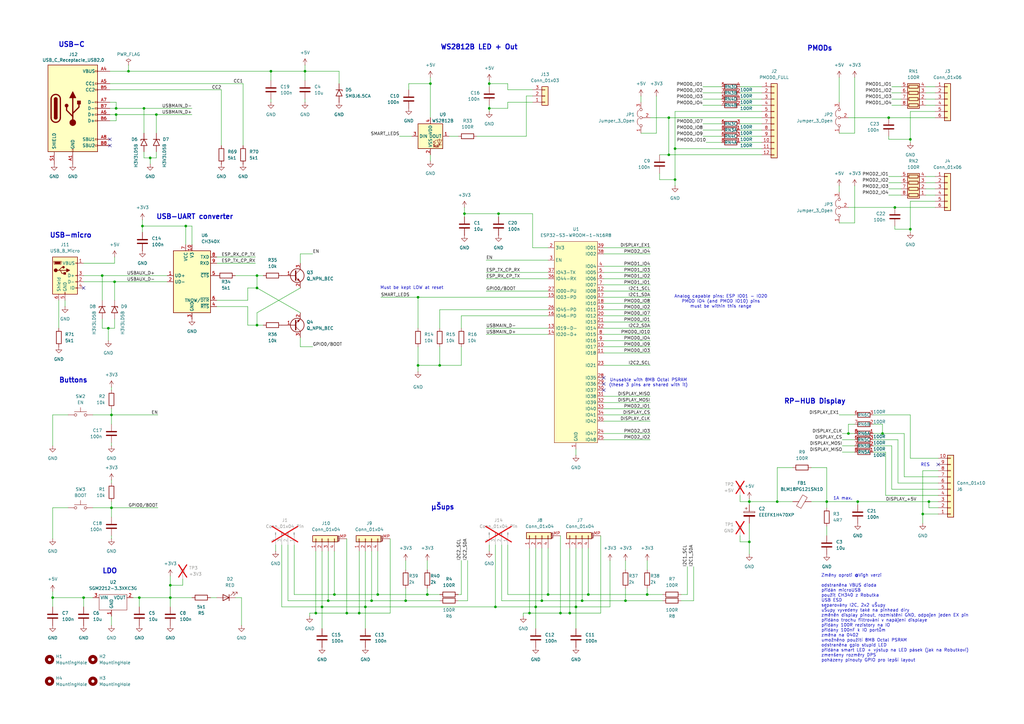
<source format=kicad_sch>
(kicad_sch (version 20250114) (generator "eeschema") (generator_version "9.0")
  (paper "A3")
  (text "USB-UART converter" (at 64.008 90.17 0) (effects (font (size 2 2) (thickness 0.4) (bold yes)) (justify left bottom)))
  (text "Unusable with 8MB Octal PSRAM\n(these 3 pins are shared with it)" (at 265.938 156.972 0) (effects (font (size 1.27 1.27))))
  (text "Must be kept LOW at reset" (at 168.91 118.11 0) (effects (font (size 1.27 1.27))))
  (text "1A max." (at 345.694 204.47 0) (effects (font (size 1.27 1.27))))
  (text "Změny oproti @Vigh verzi\n\nodstraněna VBUS dioda\npřidán microUSB\npoužit CH340 z Robutka\nUSB ESD\nseparovány I2C, 2x2 uŠupy\nuŠupy vyvedeny také na pinhead díry\nzměněn display pinout, rozmístění GND, odpojen jeden EX pin\npřidáno trochu filtrování v napájení displaye\npřidány 100R rezistory na IO\npřidány 100nF k IO portům\nzměna na 0402\numožněno použití 8MB Octal PSRAM\nodstraněna gpio stupid LED\npřidána smart LED + výstup na LED pásek (jak na Robutkovi)\nzmenšeny rozměry DPS\npoházeny pinouty GPIO pro lepší layout" (at 336.804 253.492 0) (effects (font (size 1.27 1.27)) (justify left)))
  (text "RP-HUB Display" (at 346.964 165.862 0) (effects (font (size 2 2) (thickness 0.4) (bold yes)) (justify right bottom)))
  (text "µŠups" (at 186.436 209.296 0) (effects (font (size 2 2) (thickness 0.4) (bold yes)) (justify right bottom)))
  (text "PMODs" (at 330.962 21.082 0) (effects (font (size 2 2) (thickness 0.4) (bold yes)) (justify left bottom)))
  (text "USB-micro" (at 20.32 97.79 0) (effects (font (size 2 2) (thickness 0.4) (bold yes)) (justify left bottom)))
  (text "RES" (at 379.476 190.754 0) (effects (font (size 1.27 1.27))))
  (text "WS2812B LED + Out" (at 180.594 20.574 0) (effects (font (size 2 2) (thickness 0.4) (bold yes)) (justify left bottom)))
  (text "USB-C" (at 23.876 19.558 0) (effects (font (size 2 2) (thickness 0.4) (bold yes)) (justify left bottom)))
  (text "LDO" (at 41.91 235.458 0) (effects (font (size 2 2) (thickness 0.4) (bold yes)) (justify left bottom)))
  (text "Buttons" (at 24.13 157.226 0) (effects (font (size 2 2) (thickness 0.4) (bold yes)) (justify left bottom)))
  (text "Analog capable pins: ESP IO01 - IO20\nPMOD IO4 (and PMOD IO10) pins\nmust be within this range" (at 295.656 123.698 0) (effects (font (size 1.27 1.27))))
  (junction (at 276.86 73.66))
  (junction (at 76.2 92.71))
  (junction (at 171.45 121.92))
  (junction (at 45.72 208.28))
  (junction (at 378.46 210.82))
  (junction (at 180.34 149.86))
  (junction (at 318.77 205.74))
  (junction (at 69.85 240.03))
  (junction (at 236.22 248.92))
  (junction (at 132.08 248.92))
  (junction (at 47.625 44.45))
  (junction (at 176.53 34.29))
  (junction (at 44.45 134.62))
  (junction (at 45.72 170.18))
  (junction (at 137.16 243.84))
  (junction (at 373.38 93.98))
  (junction (at 69.85 245.11))
  (junction (at 61.595 64.77))
  (junction (at 307.34 205.74))
  (junction (at 373.38 57.15))
  (junction (at 154.94 243.84))
  (junction (at 200.66 34.29))
  (junction (at 351.79 205.74))
  (junction (at 233.68 251.46))
  (junction (at 222.25 246.38))
  (junction (at 204.47 87.63))
  (junction (at 21.59 245.11))
  (junction (at 265.43 243.84))
  (junction (at 381 205.74))
  (junction (at 190.5 87.63))
  (junction (at 276.86 60.96))
  (junction (at 59.055 44.45))
  (junction (at 47.625 46.99))
  (junction (at 364.49 48.26))
  (junction (at 203.2 248.92))
  (junction (at 134.62 246.38))
  (junction (at 57.15 245.11))
  (junction (at 152.4 246.38))
  (junction (at 200.66 44.45))
  (junction (at 361.95 177.8))
  (junction (at 274.32 48.26))
  (junction (at 105.41 118.11))
  (junction (at 274.32 63.5))
  (junction (at 147.32 251.46))
  (junction (at 367.03 85.09))
  (junction (at 58.42 92.71))
  (junction (at 34.29 245.11))
  (junction (at 347.98 177.8))
  (junction (at 256.54 246.38))
  (junction (at 64.135 46.99))
  (junction (at 52.705 29.21))
  (junction (at 219.71 248.92))
  (junction (at 217.17 251.46))
  (junction (at 46.99 115.57))
  (junction (at 125.095 29.21))
  (junction (at 105.41 113.03))
  (junction (at 339.09 205.74))
  (junction (at 224.79 243.84))
  (junction (at 171.45 149.86))
  (junction (at 129.54 251.46))
  (junction (at 175.26 243.84))
  (junction (at 229.87 251.46))
  (junction (at 41.91 113.03))
  (junction (at 241.3 243.84))
  (junction (at 111.125 29.21))
  (junction (at 149.86 248.92))
  (junction (at 238.76 246.38))
  (junction (at 307.34 222.25))
  (junction (at 105.41 133.35))
  (junction (at 166.37 246.38))
  (junction (at 142.24 251.46))
  (no_connect (at 247.65 160.02))
  (no_connect (at 384.81 190.5))
  (no_connect (at 34.29 118.11))
  (no_connect (at 45.085 59.69))
  (no_connect (at 45.085 57.15))
  (no_connect (at 247.65 154.94))
  (no_connect (at 247.65 157.48))
  (wire (pts (xy 199.39 114.3) (xy 224.79 114.3)))
  (wire (pts (xy 361.95 173.99) (xy 361.95 177.8)))
  (wire (pts (xy 379.73 77.47) (xy 383.54 77.47)))
  (wire (pts (xy 180.34 134.62) (xy 180.34 127)))
  (wire (pts (xy 45.72 252.73) (xy 45.72 256.54)))
  (wire (pts (xy 351.79 205.74) (xy 381 205.74)))
  (wire (pts (xy 222.25 246.38) (xy 238.76 246.38)))
  (wire (pts (xy 378.46 210.82) (xy 378.46 214.63)))
  (wire (pts (xy 344.17 76.2) (xy 344.17 78.74)))
  (wire (pts (xy 383.54 82.55) (xy 373.38 82.55)))
  (wire (pts (xy 45.72 181.61) (xy 45.72 182.88)))
  (wire (pts (xy 219.71 224.79) (xy 219.71 248.92)))
  (wire (pts (xy 149.86 226.06) (xy 149.86 248.92)))
  (wire (pts (xy 276.86 73.66) (xy 270.51 73.66)))
  (wire (pts (xy 364.49 57.15) (xy 364.49 55.88)))
  (wire (pts (xy 236.22 184.15) (xy 236.22 186.69)))
  (wire (pts (xy 149.86 248.92) (xy 203.2 248.92)))
  (wire (pts (xy 47.625 44.45) (xy 59.055 44.45)))
  (wire (pts (xy 69.85 245.11) (xy 69.85 248.92)))
  (wire (pts (xy 166.37 229.87) (xy 166.37 233.68)))
  (wire (pts (xy 45.085 36.83) (xy 90.805 36.83)))
  (wire (pts (xy 46.99 105.41) (xy 46.99 107.95)))
  (wire (pts (xy 373.38 93.98) (xy 373.38 95.25)))
  (wire (pts (xy 241.3 224.79) (xy 241.3 243.84)))
  (wire (pts (xy 76.2 92.71) (xy 78.74 92.71)))
  (wire (pts (xy 318.77 191.77) (xy 318.77 205.74)))
  (wire (pts (xy 175.26 241.3) (xy 175.26 243.84)))
  (wire (pts (xy 276.86 60.96) (xy 312.42 60.96)))
  (wire (pts (xy 21.59 208.28) (xy 21.59 220.98)))
  (wire (pts (xy 365.76 40.64) (xy 369.57 40.64)))
  (wire (pts (xy 41.91 113.03) (xy 41.91 123.19)))
  (wire (pts (xy 256.54 241.3) (xy 256.54 246.38)))
  (wire (pts (xy 274.32 63.5) (xy 312.42 63.5)))
  (wire (pts (xy 281.94 243.84) (xy 279.4 243.84)))
  (wire (pts (xy 365.76 200.66) (xy 384.81 200.66)))
  (wire (pts (xy 123.19 104.14) (xy 123.19 107.95)))
  (wire (pts (xy 189.23 134.62) (xy 189.23 129.54)))
  (wire (pts (xy 303.53 219.71) (xy 303.53 222.25)))
  (wire (pts (xy 125.095 26.67) (xy 125.095 29.21)))
  (wire (pts (xy 88.9 123.19) (xy 101.6 123.19)))
  (wire (pts (xy 45.72 208.28) (xy 38.1 208.28)))
  (wire (pts (xy 203.2 223.52) (xy 203.2 248.92)))
  (wire (pts (xy 358.14 182.88) (xy 365.76 182.88)))
  (wire (pts (xy 41.91 113.03) (xy 68.58 113.03)))
  (wire (pts (xy 69.85 240.03) (xy 69.85 245.11)))
  (wire (pts (xy 115.57 223.52) (xy 115.57 248.92)))
  (wire (pts (xy 303.53 53.34) (xy 312.42 53.34)))
  (wire (pts (xy 269.24 54.61) (xy 269.24 39.37)))
  (wire (pts (xy 381 208.28) (xy 381 205.74)))
  (wire (pts (xy 26.67 125.73) (xy 26.67 123.19)))
  (wire (pts (xy 373.38 93.98) (xy 367.03 93.98)))
  (wire (pts (xy 236.22 248.92) (xy 236.22 257.81)))
  (wire (pts (xy 307.34 204.47) (xy 307.34 205.74)))
  (wire (pts (xy 224.79 243.84) (xy 241.3 243.84)))
  (wire (pts (xy 47.625 49.53) (xy 47.625 46.99)))
  (wire (pts (xy 262.89 54.61) (xy 269.24 54.61)))
  (wire (pts (xy 247.65 180.34) (xy 266.7 180.34)))
  (wire (pts (xy 134.62 246.38) (xy 118.11 246.38)))
  (wire (pts (xy 59.055 62.23) (xy 59.055 64.77)))
  (wire (pts (xy 247.65 170.18) (xy 266.7 170.18)))
  (wire (pts (xy 90.805 36.83) (xy 90.805 59.69)))
  (wire (pts (xy 247.65 142.24) (xy 266.7 142.24)))
  (wire (pts (xy 45.085 49.53) (xy 47.625 49.53)))
  (wire (pts (xy 101.6 123.19) (xy 101.6 118.11)))
  (wire (pts (xy 64.77 208.28) (xy 45.72 208.28)))
  (wire (pts (xy 358.14 177.8) (xy 361.95 177.8)))
  (wire (pts (xy 379.73 38.1) (xy 383.54 38.1)))
  (wire (pts (xy 105.41 113.03) (xy 107.95 113.03)))
  (wire (pts (xy 21.59 245.11) (xy 21.59 248.92)))
  (wire (pts (xy 247.65 149.86) (xy 266.7 149.86)))
  (wire (pts (xy 241.3 243.84) (xy 265.43 243.84)))
  (wire (pts (xy 307.34 205.74) (xy 307.34 207.01)))
  (wire (pts (xy 247.65 119.38) (xy 266.7 119.38)))
  (wire (pts (xy 358.14 185.42) (xy 363.22 185.42)))
  (wire (pts (xy 189.23 229.87) (xy 189.23 243.84)))
  (wire (pts (xy 45.72 170.18) (xy 38.1 170.18)))
  (wire (pts (xy 101.6 125.73) (xy 88.9 125.73)))
  (wire (pts (xy 373.38 170.18) (xy 373.38 187.96)))
  (wire (pts (xy 219.71 248.92) (xy 219.71 257.81)))
  (wire (pts (xy 152.4 246.38) (xy 166.37 246.38)))
  (wire (pts (xy 247.65 111.76) (xy 266.7 111.76)))
  (wire (pts (xy 373.38 187.96) (xy 384.81 187.96)))
  (wire (pts (xy 129.54 251.46) (xy 142.24 251.46)))
  (wire (pts (xy 265.43 229.87) (xy 265.43 233.68)))
  (wire (pts (xy 125.095 29.21) (xy 125.095 33.02)))
  (wire (pts (xy 364.49 80.01) (xy 369.57 80.01)))
  (wire (pts (xy 288.29 43.18) (xy 295.91 43.18)))
  (wire (pts (xy 344.17 91.44) (xy 350.52 91.44)))
  (wire (pts (xy 105.41 133.35) (xy 107.95 133.35)))
  (wire (pts (xy 373.38 57.15) (xy 364.49 57.15)))
  (wire (pts (xy 288.29 50.8) (xy 295.91 50.8)))
  (wire (pts (xy 34.29 245.11) (xy 34.29 248.92)))
  (wire (pts (xy 379.73 43.18) (xy 383.54 43.18)))
  (wire (pts (xy 288.29 55.88) (xy 295.91 55.88)))
  (wire (pts (xy 208.28 34.29) (xy 200.66 34.29)))
  (wire (pts (xy 247.65 172.72) (xy 266.7 172.72)))
  (wire (pts (xy 44.45 134.62) (xy 44.45 139.7)))
  (wire (pts (xy 215.9 55.88) (xy 195.58 55.88)))
  (wire (pts (xy 256.54 229.87) (xy 256.54 233.68)))
  (wire (pts (xy 381 205.74) (xy 384.81 205.74)))
  (wire (pts (xy 47.625 44.45) (xy 47.625 41.91)))
  (wire (pts (xy 345.44 182.88) (xy 350.52 182.88)))
  (wire (pts (xy 111.125 29.21) (xy 125.095 29.21)))
  (wire (pts (xy 45.72 170.18) (xy 45.72 173.99)))
  (wire (pts (xy 69.85 236.22) (xy 69.85 240.03)))
  (wire (pts (xy 347.98 48.26) (xy 364.49 48.26)))
  (wire (pts (xy 45.085 44.45) (xy 47.625 44.45)))
  (wire (pts (xy 378.46 210.82) (xy 378.46 193.04)))
  (wire (pts (xy 270.51 63.5) (xy 274.32 63.5)))
  (wire (pts (xy 57.15 245.11) (xy 69.85 245.11)))
  (wire (pts (xy 199.39 134.62) (xy 224.79 134.62)))
  (wire (pts (xy 222.25 246.38) (xy 205.74 246.38)))
  (wire (pts (xy 303.53 38.1) (xy 312.42 38.1)))
  (wire (pts (xy 370.84 177.8) (xy 370.84 195.58)))
  (wire (pts (xy 224.79 224.79) (xy 224.79 243.84)))
  (wire (pts (xy 214.63 251.46) (xy 214.63 252.73)))
  (wire (pts (xy 167.64 34.29) (xy 167.64 36.83)))
  (wire (pts (xy 218.44 87.63) (xy 218.44 101.6)))
  (wire (pts (xy 318.77 205.74) (xy 325.12 205.74)))
  (wire (pts (xy 345.44 180.34) (xy 350.52 180.34)))
  (wire (pts (xy 358.14 173.99) (xy 361.95 173.99)))
  (wire (pts (xy 204.47 87.63) (xy 218.44 87.63)))
  (wire (pts (xy 118.11 246.38) (xy 118.11 223.52)))
  (wire (pts (xy 247.65 167.64) (xy 266.7 167.64)))
  (wire (pts (xy 363.22 185.42) (xy 363.22 203.2)))
  (wire (pts (xy 339.09 205.74) (xy 339.09 208.28)))
  (wire (pts (xy 78.74 92.71) (xy 78.74 100.33)))
  (wire (pts (xy 104.775 107.95) (xy 88.9 107.95)))
  (wire (pts (xy 365.76 182.88) (xy 365.76 200.66)))
  (wire (pts (xy 262.89 39.37) (xy 262.89 41.91)))
  (wire (pts (xy 74.93 240.03) (xy 69.85 240.03)))
  (wire (pts (xy 58.42 92.71) (xy 76.2 92.71)))
  (wire (pts (xy 137.16 243.84) (xy 154.94 243.84)))
  (wire (pts (xy 96.52 113.03) (xy 105.41 113.03)))
  (wire (pts (xy 247.65 101.6) (xy 266.7 101.6)))
  (wire (pts (xy 175.26 243.84) (xy 180.34 243.84)))
  (wire (pts (xy 383.54 85.09) (xy 367.03 85.09)))
  (wire (pts (xy 54.61 245.11) (xy 57.15 245.11)))
  (wire (pts (xy 233.68 224.79) (xy 233.68 251.46)))
  (wire (pts (xy 176.53 34.29) (xy 167.64 34.29)))
  (wire (pts (xy 307.34 205.74) (xy 318.77 205.74)))
  (wire (pts (xy 58.42 90.17) (xy 58.42 92.71)))
  (wire (pts (xy 132.08 248.92) (xy 149.86 248.92)))
  (wire (pts (xy 190.5 87.63) (xy 204.47 87.63)))
  (wire (pts (xy 189.23 142.24) (xy 189.23 149.86)))
  (wire (pts (xy 115.57 248.92) (xy 132.08 248.92)))
  (wire (pts (xy 180.34 127) (xy 224.79 127)))
  (wire (pts (xy 27.94 170.18) (xy 21.59 170.18)))
  (wire (pts (xy 224.79 243.84) (xy 208.28 243.84)))
  (wire (pts (xy 127 252.73) (xy 127 251.46)))
  (wire (pts (xy 120.65 223.52) (xy 120.65 243.84)))
  (wire (pts (xy 266.7 48.26) (xy 274.32 48.26)))
  (wire (pts (xy 191.77 246.38) (xy 187.96 246.38)))
  (wire (pts (xy 41.91 130.81) (xy 41.91 134.62)))
  (wire (pts (xy 52.705 29.21) (xy 111.125 29.21)))
  (wire (pts (xy 120.65 243.84) (xy 137.16 243.84)))
  (wire (pts (xy 78.74 44.45) (xy 59.055 44.45)))
  (wire (pts (xy 199.39 111.76) (xy 224.79 111.76)))
  (wire (pts (xy 134.62 226.06) (xy 134.62 246.38)))
  (wire (pts (xy 358.14 180.34) (xy 368.3 180.34)))
  (wire (pts (xy 125.095 40.64) (xy 125.095 41.91)))
  (wire (pts (xy 312.42 45.72) (xy 276.86 45.72)))
  (wire (pts (xy 41.91 134.62) (xy 44.45 134.62)))
  (wire (pts (xy 105.41 128.27) (xy 105.41 133.35)))
  (wire (pts (xy 276.86 73.66) (xy 276.86 76.2)))
  (wire (pts (xy 34.29 107.95) (xy 46.99 107.95)))
  (wire (pts (xy 379.73 74.93) (xy 383.54 74.93)))
  (wire (pts (xy 332.74 205.74) (xy 339.09 205.74)))
  (wire (pts (xy 383.54 48.26) (xy 364.49 48.26)))
  (wire (pts (xy 149.86 248.92) (xy 149.86 257.81)))
  (wire (pts (xy 217.17 224.79) (xy 217.17 251.46)))
  (wire (pts (xy 45.72 208.28) (xy 45.72 212.09)))
  (wire (pts (xy 105.41 118.11) (xy 101.6 118.11)))
  (wire (pts (xy 45.085 41.91) (xy 47.625 41.91)))
  (wire (pts (xy 199.39 106.68) (xy 224.79 106.68)))
  (wire (pts (xy 175.26 229.87) (xy 175.26 233.68)))
  (wire (pts (xy 214.63 251.46) (xy 217.17 251.46)))
  (wire (pts (xy 166.37 246.38) (xy 180.34 246.38)))
  (wire (pts (xy 111.125 40.64) (xy 111.125 41.91)))
  (wire (pts (xy 78.74 46.99) (xy 64.135 46.99)))
  (wire (pts (xy 34.29 115.57) (xy 46.99 115.57)))
  (wire (pts (xy 238.76 246.38) (xy 256.54 246.38)))
  (wire (pts (xy 379.73 72.39) (xy 383.54 72.39)))
  (wire (pts (xy 45.72 196.85) (xy 45.72 198.12)))
  (wire (pts (xy 303.53 35.56) (xy 312.42 35.56)))
  (wire (pts (xy 139.065 29.21) (xy 125.095 29.21)))
  (wire (pts (xy 246.38 219.71) (xy 246.38 251.46)))
  (wire (pts (xy 265.43 241.3) (xy 265.43 243.84)))
  (wire (pts (xy 247.65 137.16) (xy 266.7 137.16)))
  (wire (pts (xy 247.65 162.56) (xy 266.7 162.56)))
  (wire (pts (xy 101.6 133.35) (xy 105.41 133.35)))
  (wire (pts (xy 247.65 132.08) (xy 266.7 132.08)))
  (wire (pts (xy 284.48 246.38) (xy 279.4 246.38)))
  (wire (pts (xy 238.76 224.79) (xy 238.76 246.38)))
  (wire (pts (xy 379.73 35.56) (xy 383.54 35.56)))
  (wire (pts (xy 384.81 208.28) (xy 381 208.28)))
  (wire (pts (xy 288.29 35.56) (xy 295.91 35.56)))
  (wire (pts (xy 364.49 74.93) (xy 369.57 74.93)))
  (wire (pts (xy 368.3 198.12) (xy 384.81 198.12)))
  (wire (pts (xy 274.32 48.26) (xy 274.32 63.5)))
  (wire (pts (xy 34.29 245.11) (xy 38.1 245.11)))
  (wire (pts (xy 64.77 170.18) (xy 45.72 170.18)))
  (wire (pts (xy 21.59 170.18) (xy 21.59 182.88)))
  (wire (pts (xy 171.45 149.86) (xy 171.45 142.24)))
  (wire (pts (xy 379.73 40.64) (xy 383.54 40.64)))
  (wire (pts (xy 44.45 134.62) (xy 46.99 134.62)))
  (wire (pts (xy 370.84 195.58) (xy 384.81 195.58)))
  (wire (pts (xy 171.45 121.92) (xy 224.79 121.92)))
  (wire (pts (xy 45.085 34.29) (xy 99.695 34.29)))
  (wire (pts (xy 129.54 226.06) (xy 129.54 251.46)))
  (wire (pts (xy 190.5 87.63) (xy 190.5 88.9)))
  (wire (pts (xy 288.29 40.64) (xy 295.91 40.64)))
  (wire (pts (xy 289.56 58.42) (xy 295.91 58.42)))
  (wire (pts (xy 247.65 139.7) (xy 266.7 139.7)))
  (wire (pts (xy 265.43 243.84) (xy 271.78 243.84)))
  (wire (pts (xy 205.74 246.38) (xy 205.74 223.52)))
  (wire (pts (xy 219.71 248.92) (xy 236.22 248.92)))
  (wire (pts (xy 281.94 232.41) (xy 281.94 243.84)))
  (wire (pts (xy 247.65 165.1) (xy 266.7 165.1)))
  (wire (pts (xy 217.17 251.46) (xy 229.87 251.46)))
  (wire (pts (xy 147.32 226.06) (xy 147.32 251.46)))
  (wire (pts (xy 113.03 223.52) (xy 113.03 226.06)))
  (wire (pts (xy 364.49 72.39) (xy 369.57 72.39)))
  (wire (pts (xy 199.39 119.38) (xy 224.79 119.38)))
  (wire (pts (xy 339.09 215.9) (xy 339.09 219.71)))
  (wire (pts (xy 154.94 243.84) (xy 175.26 243.84)))
  (wire (pts (xy 137.16 226.06) (xy 137.16 243.84)))
  (wire (pts (xy 45.72 158.75) (xy 45.72 160.02)))
  (wire (pts (xy 171.45 152.4) (xy 171.45 149.86)))
  (wire (pts (xy 184.15 55.88) (xy 187.96 55.88)))
  (wire (pts (xy 160.02 251.46) (xy 147.32 251.46)))
  (wire (pts (xy 218.44 101.6) (xy 224.79 101.6)))
  (wire (pts (xy 200.66 34.29) (xy 200.66 35.56)))
  (wire (pts (xy 307.34 227.33) (xy 307.34 222.25)))
  (wire (pts (xy 200.66 44.45) (xy 200.66 45.72)))
  (wire (pts (xy 24.13 123.19) (xy 24.13 134.62)))
  (wire (pts (xy 368.3 180.34) (xy 368.3 198.12)))
  (wire (pts (xy 378.46 210.82) (xy 384.81 210.82)))
  (wire (pts (xy 64.135 46.99) (xy 64.135 54.61)))
  (wire (pts (xy 345.44 177.8) (xy 347.98 177.8)))
  (wire (pts (xy 284.48 232.41) (xy 284.48 246.38)))
  (wire (pts (xy 256.54 246.38) (xy 271.78 246.38)))
  (wire (pts (xy 47.625 46.99) (xy 64.135 46.99)))
  (wire (pts (xy 247.65 144.78) (xy 266.7 144.78)))
  (wire (pts (xy 247.65 109.22) (xy 266.7 109.22)))
  (wire (pts (xy 247.65 116.84) (xy 266.7 116.84)))
  (wire (pts (xy 345.44 185.42) (xy 350.52 185.42)))
  (wire (pts (xy 378.46 193.04) (xy 384.81 193.04)))
  (wire (pts (xy 350.52 31.75) (xy 350.52 54.61)))
  (wire (pts (xy 127 251.46) (xy 129.54 251.46)))
  (wire (pts (xy 270.51 73.66) (xy 270.51 71.12)))
  (wire (pts (xy 166.37 241.3) (xy 166.37 246.38)))
  (wire (pts (xy 123.19 104.14) (xy 128.27 104.14)))
  (wire (pts (xy 180.34 149.86) (xy 189.23 149.86)))
  (wire (pts (xy 215.9 39.37) (xy 215.9 55.88)))
  (wire (pts (xy 379.73 80.01) (xy 383.54 80.01)))
  (wire (pts (xy 61.595 64.77) (xy 61.595 67.31)))
  (wire (pts (xy 350.52 173.99) (xy 347.98 173.99)))
  (wire (pts (xy 46.99 115.57) (xy 68.58 115.57)))
  (wire (pts (xy 250.19 229.87) (xy 250.19 248.92)))
  (wire (pts (xy 61.595 64.77) (xy 64.135 64.77)))
  (wire (pts (xy 163.83 55.88) (xy 168.91 55.88)))
  (wire (pts (xy 171.45 149.86) (xy 180.34 149.86)))
  (wire (pts (xy 247.65 121.92) (xy 266.7 121.92)))
  (wire (pts (xy 247.65 177.8) (xy 266.7 177.8)))
  (wire (pts (xy 303.53 205.74) (xy 303.53 203.2)))
  (wire (pts (xy 247.65 127) (xy 266.7 127)))
  (wire (pts (xy 176.53 34.29) (xy 176.53 48.26)))
  (wire (pts (xy 222.25 224.79) (xy 222.25 246.38)))
  (wire (pts (xy 111.125 29.21) (xy 111.125 33.02)))
  (wire (pts (xy 303.53 40.64) (xy 312.42 40.64)))
  (wire (pts (xy 288.29 53.34) (xy 295.91 53.34)))
  (wire (pts (xy 139.065 29.21) (xy 139.065 34.29)))
  (wire (pts (xy 104.775 105.41) (xy 88.9 105.41)))
  (wire (pts (xy 69.85 245.11) (xy 78.74 245.11)))
  (wire (pts (xy 363.22 203.2) (xy 384.81 203.2)))
  (wire (pts (xy 303.53 50.8) (xy 312.42 50.8)))
  (wire (pts (xy 208.28 34.29) (xy 208.28 36.83)))
  (wire (pts (xy 105.41 128.27) (xy 123.19 118.11)))
  (wire (pts (xy 365.76 43.18) (xy 369.57 43.18)))
  (wire (pts (xy 365.76 38.1) (xy 369.57 38.1)))
  (wire (pts (xy 59.055 64.77) (xy 61.595 64.77)))
  (wire (pts (xy 208.28 36.83) (xy 218.44 36.83)))
  (wire (pts (xy 96.52 245.11) (xy 99.06 245.11)))
  (wire (pts (xy 303.53 55.88) (xy 312.42 55.88)))
  (wire (pts (xy 365.76 35.56) (xy 369.57 35.56)))
  (wire (pts (xy 307.34 222.25) (xy 307.34 214.63)))
  (wire (pts (xy 247.65 134.62) (xy 266.7 134.62)))
  (wire (pts (xy 46.99 115.57) (xy 46.99 123.19)))
  (wire (pts (xy 367.03 93.98) (xy 367.03 92.71)))
  (wire (pts (xy 364.49 77.47) (xy 369.57 77.47)))
  (wire (pts (xy 57.15 245.11) (xy 57.15 248.92)))
  (wire (pts (xy 142.24 251.46) (xy 147.32 251.46)))
  (wire (pts (xy 123.19 142.24) (xy 128.27 142.24)))
  (wire (pts (xy 208.28 41.91) (xy 218.44 41.91)))
  (wire (pts (xy 171.45 121.92) (xy 171.45 134.62)))
  (wire (pts (xy 99.06 245.11) (xy 99.06 256.54)))
  (wire (pts (xy 347.98 173.99) (xy 347.98 177.8)))
  (wire (pts (xy 99.695 34.29) (xy 99.695 59.69)))
  (wire (pts (xy 189.23 243.84) (xy 187.96 243.84)))
  (wire (pts (xy 344.17 170.18) (xy 350.52 170.18)))
  (wire (pts (xy 247.65 124.46) (xy 266.7 124.46)))
  (wire (pts (xy 34.29 113.03) (xy 41.91 113.03)))
  (wire (pts (xy 347.98 177.8) (xy 350.52 177.8)))
  (wire (pts (xy 312.42 48.26) (xy 274.32 48.26)))
  (wire (pts (xy 45.72 205.74) (xy 45.72 208.28)))
  (wire (pts (xy 21.59 208.28) (xy 27.94 208.28)))
  (wire (pts (xy 200.66 223.52) (xy 200.66 226.06)))
  (wire (pts (xy 105.41 113.03) (xy 105.41 118.11)))
  (wire (pts (xy 350.52 54.61) (xy 344.17 54.61)))
  (wire (pts (xy 189.23 129.54) (xy 224.79 129.54)))
  (wire (pts (xy 45.72 167.64) (xy 45.72 170.18)))
  (wire (pts (xy 373.38 45.72) (xy 373.38 57.15)))
  (wire (pts (xy 351.79 205.74) (xy 351.79 207.01)))
  (wire (pts (xy 325.12 191.77) (xy 318.77 191.77)))
  (wire (pts (xy 361.95 177.8) (xy 370.84 177.8)))
  (wire (pts (xy 236.22 248.92) (xy 250.19 248.92)))
  (wire (pts (xy 199.39 137.16) (xy 224.79 137.16)))
  (wire (pts (xy 58.42 95.25) (xy 58.42 92.71)))
  (wire (pts (xy 373.38 57.15) (xy 373.38 58.42)))
  (wire (pts (xy 288.29 38.1) (xy 295.91 38.1)))
  (wire (pts (xy 52.705 26.67) (xy 52.705 29.21)))
  (wire (pts (xy 303.53 43.18) (xy 312.42 43.18)))
  (wire (pts (xy 247.65 129.54) (xy 266.7 129.54)))
  (wire (pts (xy 246.38 251.46) (xy 233.68 251.46)))
  (wire (pts (xy 76.2 92.71) (xy 76.2 100.33)))
  (wire (pts (xy 229.87 251.46) (xy 233.68 251.46)))
  (wire (pts (xy 358.14 170.18) (xy 373.38 170.18)))
  (wire (pts (xy 191.77 229.87) (xy 191.77 246.38)))
  (wire (pts (xy 203.2 248.92) (xy 219.71 248.92)))
  (wire (pts (xy 204.47 87.63) (xy 204.47 88.9)))
  (wire (pts (xy 45.085 46.99) (xy 47.625 46.99)))
  (wire (pts (xy 208.28 243.84) (xy 208.28 223.52)))
  (wire (pts (xy 45.085 29.21) (xy 52.705 29.21)))
  (wire (pts (xy 247.65 114.3) (xy 266.7 114.3)))
  (wire (pts (xy 373.38 45.72) (xy 383.54 45.72)))
  (wire (pts (xy 303.53 205.74) (xy 307.34 205.74)))
  (wire (pts (xy 347.98 85.09) (xy 367.03 85.09)))
  (wire (pts (xy 200.66 33.02) (xy 200.66 34.29)))
  (wire (pts (xy 339.09 205.74) (xy 351.79 205.74)))
  (wire (pts (xy 208.28 41.91) (xy 208.28 44.45)))
  (wire (pts (xy 86.36 245.11) (xy 88.9 245.11)))
  (wire (pts (xy 156.21 121.92) (xy 171.45 121.92)))
  (wire (pts (xy 101.6 133.35) (xy 101.6 125.73)))
  (wire (pts (xy 132.08 226.06) (xy 132.08 248.92)))
  (wire (pts (xy 176.53 63.5) (xy 176.53 66.04)))
  (wire (pts (xy 247.65 104.14) (xy 266.7 104.14)))
  (wire (pts (xy 339.09 191.77) (xy 339.09 205.74)))
  (wire (pts (xy 190.5 85.09) (xy 190.5 87.63)))
  (wire (pts (xy 236.22 224.79) (xy 236.22 248.92)))
  (wire (pts (xy 200.66 44.45) (xy 200.66 43.18)))
  (wire (pts (xy 332.74 191.77) (xy 339.09 191.77)))
  (wire (pts (xy 154.94 226.06) (xy 154.94 243.84)))
  (wire (pts (xy 142.24 220.98) (xy 142.24 251.46)))
  (wire (pts (xy 123.19 128.27) (xy 105.41 118.11)))
  (wire (pts (xy 208.28 44.45) (xy 200.66 44.45)))
  (wire (pts (xy 134.62 246.38) (xy 152.4 246.38)))
  (wire (pts (xy 64.135 62.23) (xy 64.135 64.77)))
  (wire (pts (xy 21.59 245.11) (xy 34.29 245.11)))
  (wire (pts (xy 59.055 44.45) (xy 59.055 54.61)))
  (wire (pts (xy 176.53 31.75) (xy 176.53 34.29)))
  (wire (pts (xy 152.4 226.06) (xy 152.4 246.38)))
  (wire (pts (xy 350.52 76.2) (xy 350.52 91.44)))
  (wire (pts (xy 160.02 220.98) (xy 160.02 251.46)))
  (wire (pts (xy 46.99 134.62) (xy 46.99 130.81)))
  (wire (pts (xy 132.08 248.92) (xy 132.08 257.81)))
  (wire (pts (xy 180.34 149.86) (xy 180.34 142.24)))
  (wire (pts (xy 215.9 39.37) (xy 218.44 39.37)))
  (wire (pts (xy 344.17 31.75) (xy 344.17 41.91)))
  (wire (pts (xy 74.93 237.49) (xy 74.93 240.03)))
  (wire (pts (xy 229.87 219.71) (xy 229.87 251.46)))
  (wire (pts (xy 45.72 219.71) (xy 45.72 220.98)))
  (wire (pts (xy 303.53 222.25) (xy 307.34 222.25)))
  (wire (pts (xy 21.59 242.57) (xy 21.59 245.11)))
  (wire (pts (xy 303.53 58.42) (xy 312.42 58.42)))
  (wire (pts (xy 276.86 45.72) (xy 276.86 60.96)))
  (wire (pts (xy 373.38 82.55) (xy 373.38 93.98)))
  (wire (pts (xy 276.86 60.96) (xy 276.86 73.66)))
  (wire (pts (xy 123.19 138.43) (xy 123.19 142.24)))
  (label "PMOD0_IO9" (at 266.7 142.24 180))
  (label "PMOD2_IO3" (at 266.7 177.8 180))
  (label "PMOD1_IO2" (at 365.76 38.1 180))
  (label "PMOD0_IO10" (at 266.7 137.16 180))
  (label "PMOD0_IO9" (at 288.29 55.88 180))
  (label "DISPLAY_CS" (at 345.44 180.34 180))
  (label "DISPLAY_CLK" (at 266.7 172.72 180))
  (label "PMOD1_IO3" (at 266.7 111.76 180))
  (label "DISPLAY_MOSI" (at 345.44 182.88 180))
  (label "PMOD1_IO4" (at 365.76 43.18 180))
  (label "DISPLAY_MOSI" (at 266.7 165.1 180))
  (label "I2C2_SDA" (at 266.7 134.62 180))
  (label "CC2" (at 90.805 36.83 180))
  (label "PMOD0_IO7" (at 288.29 50.8 180))
  (label "USBMAIN_D-" (at 199.39 134.62 0))
  (label "PMOD1_IO4" (at 266.7 109.22 180))
  (label "PMOD0_IO8" (at 288.29 53.34 180))
  (label "DISPLAY_MISO" (at 266.7 162.56 180))
  (label "PMOD2_IO1" (at 266.7 167.64 180))
  (label "PMOD1_IO2" (at 266.7 114.3 180))
  (label "USBMAIN_D+" (at 199.39 137.16 0))
  (label "PMOD2_IO1" (at 364.49 72.39 180))
  (label "GPIO0{slash}BOOT" (at 64.77 208.28 180))
  (label "PMOD2_IO4" (at 364.49 80.01 180))
  (label "PMOD2_IO2" (at 364.49 74.93 180))
  (label "PMOD2_IO2" (at 266.7 180.34 180))
  (label "SMART_LEDS" (at 156.21 121.92 0))
  (label "I2C1_SCL" (at 281.94 232.41 90))
  (label "EN" (at 199.39 106.68 0))
  (label "PMOD0_IO7" (at 266.7 129.54 180))
  (label "PMOD2_IO3" (at 364.49 77.47 180))
  (label "CC1" (at 99.695 34.29 180))
  (label "PMOD0_IO3" (at 266.7 144.78 180))
  (label "PMOD0_IO4" (at 266.7 139.7 180))
  (label "I2C2_SDA" (at 191.77 229.87 90))
  (label "PMOD0_IO1" (at 288.29 35.56 180))
  (label "PMOD1_IO3" (at 365.76 40.64 180))
  (label "ESP_TX_CP_RX" (at 199.39 111.76 0))
  (label "I2C2_SCL" (at 189.23 229.87 90))
  (label "ESP_RX_CP_TX" (at 104.775 105.41 180))
  (label "PMOD0_IO4" (at 288.29 43.18 180))
  (label "DISPLAY_EX1" (at 266.7 101.6 180))
  (label "GPIO0{slash}BOOT" (at 128.27 142.24 0))
  (label "PMOD0_IO1" (at 266.7 132.08 180))
  (label "DISPLAY_EX1" (at 344.17 170.18 180))
  (label "GPIO0{slash}BOOT" (at 199.39 119.38 0))
  (label "DISPLAY_CS" (at 266.7 170.18 180))
  (label "I2C2_SCL" (at 266.7 149.86 180))
  (label "I2C1_SCL" (at 266.7 119.38 180))
  (label "ESP_TX_CP_RX" (at 104.775 107.95 180))
  (label "PMOD0_IO8" (at 266.7 124.46 180))
  (label "PMOD0_IO2" (at 288.29 38.1 180))
  (label "USBAUX_D+" (at 52.07 113.03 0))
  (label "USBAUX_D-" (at 52.07 115.57 0))
  (label "PMOD1_IO1" (at 365.76 35.56 180))
  (label "USBMAIN_D-" (at 78.74 44.45 180))
  (label "DISPLAY_+5V" (at 375.92 205.74 180))
  (label "" (at 208.28 41.91 180))
  (label "DISPLAY_MISO" (at 345.44 185.42 180))
  (label "I2C1_SDA" (at 266.7 121.92 180))
  (label "ESP_RX_CP_TX" (at 199.39 114.3 0))
  (label "SMART_LEDS" (at 163.83 55.88 180))
  (label "I2C1_SDA" (at 284.48 232.41 90))
  (label "PMOD0_IO10" (at 289.56 58.42 180))
  (label "PMOD0_IO3" (at 288.29 40.64 180))
  (label "EN" (at 64.77 170.18 180))
  (label "PMOD2_IO4" (at 266.7 104.14 180))
  (label "PMOD1_IO1" (at 266.7 116.84 180))
  (label "PMOD0_IO2" (at 266.7 127 180))
  (label "DISPLAY_CLK" (at 345.44 177.8 180))
  (label "USBMAIN_D+" (at 78.74 46.99 180))
  (label "EN" (at 128.27 104.14 0))
  (symbol (lib_id "Device:R") (at 191.77 55.88 90) (unit 1)
    (property "Reference" "R33" (at 191.77 49.53 90))
    (property "Value" "100R" (at 191.77 52.07 90))
    (property "Footprint" "Resistor_SMD:R_0402_1005Metric" (effects (hide yes)))
    (property "Description" "Resistor" (effects (hide yes)))
    (property "LCSC" "C25076" (effects (hide yes)))
  )
  (symbol (lib_id "power:GND") (at 339.09 227.33 0) (unit 1)
    (property "Reference" "#PWR023" (effects (hide yes)))
    (property "Value" "GND" (at 339.09 232.41 0))
    (property "Description" "Power symbol creates a global label with name \"GND\" , ground" (effects (hide yes)))
  )
  (symbol (lib_id "power:GND") (at 373.38 95.25 0) (unit 1)
    (property "Reference" "#PWR035" (effects (hide yes)))
    (property "Value" "GND" (at 373.38 100.33 0))
    (property "Description" "Power symbol creates a global label with name \"GND\" , ground" (effects (hide yes)))
  )
  (symbol (lib_id "Connector_Generic:Conn_01x03") (at 223.52 39.37 0) (mirror x) (unit 1)
    (property "Reference" "J13" (at 223.52 30.48 0))
    (property "Value" "Conn_01x03" (at 223.52 33.02 0))
    (property "Footprint" "Connector_JST:JST_XH_S3B-XH-A-1_1x03_P2.50mm_Horizontal" (effects (hide yes)))
    (property "LCSC" "C493416" (effects (hide yes)))
    (property "Basic/Extended" "E" (effects (hide yes)))
    (property "JLCPCB_CORRECTION" "2.54;0;180" (effects (hide yes)))
  )
  (symbol (lib_id "Jumper:Jumper_3_Open") (at 344.17 85.09 90) (unit 1) (in_bom no)
    (property "Reference" "JP3" (at 341.63 83.8199 90) (effects (justify left)))
    (property "Value" "Jumper_3_Open" (at 341.63 86.3599 90) (effects (justify left)))
    (property "Footprint" "Connector_PinHeader_2.54mm:PinHeader_1x03_P2.54mm_Vertical" (effects (hide yes)))
    (property "Description" "Jumper, 3-pole, both open" (effects (hide yes)))
  )
  (symbol (lib_id "power:GND") (at 111.125 41.91 0) (unit 1)
    (property "Reference" "#PWR067" (effects (hide yes)))
    (property "Value" "GND" (at 111.125 46.99 0))
    (property "Description" "Power symbol creates a global label with name \"GND\" , ground" (effects (hide yes)))
  )
  (symbol (lib_id "power:GND") (at 132.08 265.43 0) (unit 1)
    (property "Reference" "#PWR058" (effects (hide yes)))
    (property "Value" "GND" (at 132.08 270.51 0))
    (property "Description" "Power symbol creates a global label with name \"GND\" , ground" (effects (hide yes)))
  )
  (symbol (lib_id "power:GND") (at 58.42 102.87 0) (unit 1)
    (property "Reference" "#PWR020" (effects (hide yes)))
    (property "Value" "GND" (at 58.42 107.95 0))
    (property "Description" "Power symbol creates a global label with name \"GND\" , ground" (effects (hide yes)))
  )
  (symbol (lib_id "power:+5V") (at 21.59 242.57 0) (unit 1)
    (property "Reference" "#PWR012" (effects (hide yes)))
    (property "Value" "+5V" (at 21.59 237.49 0))
    (property "Description" "Power symbol creates a global label with name \"+5V\"" (effects (hide yes)))
  )
  (symbol (lib_id "power:GND") (at 307.34 227.33 0) (unit 1)
    (property "Reference" "#PWR022" (effects (hide yes)))
    (property "Value" "GND" (at 307.34 232.41 0))
    (property "Description" "Power symbol creates a global label with name \"GND\" , ground" (effects (hide yes)))
  )
  (symbol (lib_id "Device:R") (at 90.805 63.5 0) (unit 1)
    (property "Reference" "R69" (at 93.345 62.2299 0) (effects (justify left)))
    (property "Value" "5k1" (at 93.345 64.7699 0) (effects (justify left)))
    (property "Footprint" "Resistor_SMD:R_0402_1005Metric" (effects (hide yes)))
    (property "LCSC" "C25905" (effects (hide yes)))
    (property "Basic/Extended" "B" (effects (hide yes)))
  )
  (symbol (lib_id "Device:R") (at 24.13 138.43 0) (unit 1)
    (property "Reference" "R71" (at 26.67 137.1599 0) (effects (justify left)))
    (property "Value" "5k1" (at 26.67 139.6999 0) (effects (justify left)))
    (property "Footprint" "Resistor_SMD:R_0402_1005Metric" (effects (hide yes)))
    (property "LCSC" "C25905" (effects (hide yes)))
    (property "Basic/Extended" "B" (effects (hide yes)))
  )
  (symbol (lib_id "power:GND") (at 34.29 256.54 0) (unit 1)
    (property "Reference" "#PWR015" (effects (hide yes)))
    (property "Value" "GND" (at 34.29 261.62 0))
    (property "Description" "Power symbol creates a global label with name \"GND\" , ground" (effects (hide yes)))
  )
  (symbol (lib_id "power:GND") (at 149.86 265.43 0) (unit 1)
    (property "Reference" "#PWR057" (effects (hide yes)))
    (property "Value" "GND" (at 149.86 270.51 0))
    (property "Description" "Power symbol creates a global label with name \"GND\" , ground" (effects (hide yes)))
  )
  (symbol (lib_id "power:GND") (at 214.63 252.73 0) (unit 1)
    (property "Reference" "#PWR061" (effects (hide yes)))
    (property "Value" "GND" (at 214.63 257.81 0))
    (property "Description" "Power symbol creates a global label with name \"GND\" , ground" (effects (hide yes)))
  )
  (symbol (lib_id "power:GND") (at 236.22 265.43 0) (unit 1)
    (property "Reference" "#PWR055" (effects (hide yes)))
    (property "Value" "GND" (at 236.22 270.51 0))
    (property "Description" "Power symbol creates a global label with name \"GND\" , ground" (effects (hide yes)))
  )
  (symbol (lib_id "Device:R_Pack04_Split") (at 299.72 50.8 90) (mirror x) (unit 3)
    (property "Reference" "RN3" (at 299.72 50.8 90))
    (property "Value" "100R" (at 306.07 52.07 90))
    (property "Footprint" "Resistor_SMD:R_Array_Convex_4x0603" (effects (hide yes)))
    (property "Datasheet" "https://jlcpcb.com/api/file/downloadByFileSystemAccessId/8586175564180819968" (effects (hide yes)))
    (property "Description" "4 resistor network, parallel topology, split" (effects (hide yes)))
    (property "LCSC" "C25506" (effects (hide yes)))
  )
  (symbol (lib_id "power:GND") (at 45.72 182.88 0) (mirror y) (unit 1)
    (property "Reference" "#PWR09" (effects (hide yes)))
    (property "Value" "GND" (at 45.72 187.96 0))
    (property "Description" "Power symbol creates a global label with name \"GND\" , ground" (effects (hide yes)))
  )
  (symbol (lib_id "Device:R") (at 92.71 113.03 270) (unit 1)
    (property "Reference" "R34" (at 92.71 115.57 90))
    (property "Value" "5k1" (at 92.71 118.11 90))
    (property "Footprint" "Resistor_SMD:R_0402_1005Metric" (effects (hide yes)))
    (property "Basic/Extended" "B" (effects (hide yes)))
    (property "LCSC" "C25905" (effects (hide yes)))
  )
  (symbol (lib_id "Jumper:Jumper_3_Open") (at 344.17 48.26 90) (unit 1) (in_bom no)
    (property "Reference" "JP2" (at 341.63 46.9899 90) (effects (justify left)))
    (property "Value" "Jumper_3_Open" (at 341.63 49.5299 90) (effects (justify left)))
    (property "Footprint" "Connector_PinHeader_2.54mm:PinHeader_1x03_P2.54mm_Vertical" (effects (hide yes)))
    (property "Description" "Jumper, 3-pole, both open" (effects (hide yes)))
  )
  (symbol (lib_id "power:+3V3") (at 190.5 85.09 0) (unit 1)
    (property "Reference" "#PWR01" (effects (hide yes)))
    (property "Value" "+3V3" (at 190.5 80.01 0))
    (property "Description" "Power symbol creates a global label with name \"+3V3\"" (effects (hide yes)))
  )
  (symbol (lib_id "power:GND") (at 26.67 125.73 0) (unit 1)
    (property "Reference" "#PWR049" (effects (hide yes)))
    (property "Value" "GND" (at 26.67 130.81 0))
    (property "Description" "Power symbol creates a global label with name \"GND\" , ground" (effects (hide yes)))
  )
  (symbol (lib_id "Device:R") (at 184.15 246.38 90) (unit 1)
    (property "Reference" "R6" (at 184.15 252.73 90))
    (property "Value" "100R" (at 184.15 250.19 90))
    (property "Footprint" "Resistor_SMD:R_0402_1005Metric" (effects (hide yes)))
    (property "Description" "Resistor" (effects (hide yes)))
    (property "LCSC" "C25076" (effects (hide yes)))
  )
  (symbol (lib_id "Device:R") (at 111.76 113.03 270) (mirror x) (unit 1)
    (property "Reference" "R35" (at 111.76 106.68 90))
    (property "Value" "10k" (at 111.76 109.22 90))
    (property "Footprint" "Resistor_SMD:R_0402_1005Metric" (effects (hide yes)))
    (property "LCSC" "C25744" (effects (hide yes)))
    (property "Basic/Extended" "B" (effects (hide yes)))
  )
  (symbol (lib_id "Connector:Conn_01x04_Pin") (at 205.74 218.44 270) (unit 1) (in_bom no) (dnp yes)
    (property "Reference" "J14" (at 204.47 213.36 90))
    (property "Value" "Conn_01x04_Pin" (at 204.47 215.9 90))
    (property "Footprint" "Connector_PinSocket_2.54mm:PinSocket_1x04_P2.54mm_Vertical" (effects (hide yes)))
    (property "Description" "Generic connector, single row, 01x04, script generated" (effects (hide yes)))
  )
  (symbol (lib_id "power:+5V") (at 176.53 31.75 0) (mirror y) (unit 1)
    (property "Reference" "#PWR068" (effects (hide yes)))
    (property "Value" "+5V" (at 176.53 26.67 0))
    (property "Description" "Power symbol creates a global label with name \"+5V\"" (effects (hide yes)))
  )
  (symbol (lib_id "Device:C") (at 21.59 252.73 0) (unit 1)
    (property "Reference" "C7" (at 25.4 251.4599 0) (effects (justify left)))
    (property "Value" "100n" (at 25.4 253.9999 0) (effects (justify left)))
    (property "Footprint" "Capacitor_SMD:C_0402_1005Metric" (effects (hide yes)))
    (property "Description" "Unpolarized capacitor" (effects (hide yes)))
    (property "LCSC" "C307331" (effects (hide yes)))
  )
  (symbol (lib_id "Device:R_Pack04") (at 374.65 38.1 90) (unit 1)
    (property "Reference" "RN1" (at 374.65 29.21 90))
    (property "Value" "100R" (at 374.65 31.75 90))
    (property "Footprint" "Resistor_SMD:R_Array_Convex_4x0603" (effects (hide yes)))
    (property "Datasheet" "https://jlcpcb.com/api/file/downloadByFileSystemAccessId/8586175564180819968" (effects (hide yes)))
    (property "Description" "4 resistor network, parallel topology" (effects (hide yes)))
    (property "LCSC" "C25506" (effects (hide yes)))
  )
  (symbol (lib_id "Device:C") (at 190.5 92.71 0) (unit 1)
    (property "Reference" "C1" (at 194.31 91.4399 0) (effects (justify left)))
    (property "Value" "10u" (at 194.31 93.9799 0) (effects (justify left)))
    (property "Footprint" "Capacitor_SMD:C_1206_3216Metric" (effects (hide yes)))
    (property "Description" "Unpolarized capacitor" (effects (hide yes)))
    (property "LCSC" "C13585" (effects (hide yes)))
  )
  (symbol (lib_id "Connector:USB_B_Micro") (at 26.67 113.03 0) (unit 1)
    (property "Reference" "J11" (at 26.67 100.33 0))
    (property "Value" "USB_B_Micro" (at 26.67 102.87 0))
    (property "Footprint" "Connector_USB:USB_Micro-B_Molex-105017-0001" (effects (hide yes)))
    (property "Datasheet" "https://www.lcsc.com/datasheet/lcsc_datasheet_1811131824_MOLEX-475900001_C136001.pdf" (effects (hide yes)))
    (property "LCSC" "C404969" (effects (hide yes)))
    (property "Basic/Extended" "E" (effects (hide yes)))
  )
  (symbol (lib_id "power:+5V") (at 307.34 204.47 0) (unit 1)
    (property "Reference" "#PWR045" (effects (hide yes)))
    (property "Value" "+5V" (at 307.34 199.39 0))
    (property "Description" "Power symbol creates a global label with name \"+5V\"" (effects (hide yes)))
  )
  (symbol (lib_id "Interface_USB:CH340X") (at 78.74 115.57 0) (unit 1)
    (property "Reference" "U6" (at 82.55 96.52 0) (effects (justify left)))
    (property "Value" "CH340X" (at 82.55 99.06 0) (effects (justify left)))
    (property "Footprint" "Package_SO:MSOP-10_3x3mm_P0.5mm" (effects (hide yes)))
    (property "Datasheet" "https://cdn.sparkfun.com/assets/5/0/a/8/5/CH340DS1.PDF" (effects (hide yes)))
    (property "LCSC" "C3035748" (effects (hide yes)))
    (property "Basic/Extended" "E" (effects (hide yes)))
    (property "JLCPCB_CORRECTION" "0;0;-90" (effects (hide yes)))
  )
  (symbol (lib_id "power:GND") (at 44.45 139.7 0) (unit 1)
    (property "Reference" "#PWR010" (effects (hide yes)))
    (property "Value" "GND" (at 44.45 144.78 0))
    (property "Description" "Power symbol creates a global label with name \"GND\" , ground" (effects (hide yes)))
  )
  (symbol (lib_id "power:+3V3") (at 269.24 39.37 0) (unit 1)
    (property "Reference" "#PWR029" (effects (hide yes)))
    (property "Value" "+3V3" (at 269.24 34.29 0))
    (property "Description" "Power symbol creates a global label with name \"+3V3\"" (effects (hide yes)))
  )
  (symbol (lib_id "power:GND") (at 171.45 152.4 0) (unit 1)
    (property "Reference" "#PWR040" (effects (hide yes)))
    (property "Value" "GND" (at 171.45 158.75 0))
    (property "Description" "Power symbol creates a global label with name \"GND\" , ground" (effects (hide yes)))
  )
  (symbol (lib_id "Diode:SMAJ5.0A") (at 139.065 38.1 270) (unit 1)
    (property "Reference" "D5" (at 141.605 36.8299 90) (effects (justify left)))
    (property "Value" "SMBJ6.5CA" (at 141.605 39.3699 90) (effects (justify left)))
    (property "Footprint" "Diode_SMD:D_SMB" (effects (hide yes)))
    (property "Datasheet" "https://jlcpcb.com/api/file/downloadByFileSystemAccessId/8564879078034325504" (effects (hide yes)))
    (property "LCSC" "C7420377" (effects (hide yes)))
  )
  (symbol (lib_id "Device:C") (at 132.08 261.62 0) (unit 1)
    (property "Reference" "C15" (at 135.89 260.3499 0) (effects (justify left)))
    (property "Value" "100n" (at 135.89 262.8899 0) (effects (justify left)))
    (property "Footprint" "Capacitor_SMD:C_0402_1005Metric" (effects (hide yes)))
    (property "Description" "Unpolarized capacitor" (effects (hide yes)))
    (property "LCSC" "C307331" (effects (hide yes)))
  )
  (symbol (lib_id "power:GND") (at 90.805 67.31 0) (unit 1)
    (property "Reference" "#PWR047" (effects (hide yes)))
    (property "Value" "GND" (at 90.805 72.39 0))
    (property "Description" "Power symbol creates a global label with name \"GND\" , ground" (effects (hide yes)))
  )
  (symbol (lib_id "power:GND") (at 78.74 130.81 0) (unit 1)
    (property "Reference" "#PWR011" (effects (hide yes)))
    (property "Value" "GND" (at 78.74 135.89 0))
    (property "Description" "Power symbol creates a global label with name \"GND\" , ground" (effects (hide yes)))
  )
  (symbol (lib_id "power:GND") (at 69.85 256.54 0) (unit 1)
    (property "Reference" "#PWR017" (effects (hide yes)))
    (property "Value" "GND" (at 69.85 261.62 0))
    (property "Description" "Power symbol creates a global label with name \"GND\" , ground" (effects (hide yes)))
  )
  (symbol (lib_id "Device:R_Pack04_Split") (at 299.72 43.18 90) (mirror x) (unit 2)
    (property "Reference" "RN4" (at 299.72 43.18 90))
    (property "Value" "100R" (at 306.07 44.45 90))
    (property "Footprint" "Resistor_SMD:R_Array_Convex_4x0603" (effects (hide yes)))
    (property "Datasheet" "https://jlcpcb.com/api/file/downloadByFileSystemAccessId/8586175564180819968" (effects (hide yes)))
    (property "Description" "4 resistor network, parallel topology, split" (effects (hide yes)))
    (property "LCSC" "C25506" (effects (hide yes)))
  )
  (symbol (lib_id "power:GND") (at 219.71 265.43 0) (unit 1)
    (property "Reference" "#PWR056" (effects (hide yes)))
    (property "Value" "GND" (at 219.71 270.51 0))
    (property "Description" "Power symbol creates a global label with name \"GND\" , ground" (effects (hide yes)))
  )
  (symbol (lib_id "Device:C") (at 57.15 252.73 0) (unit 1)
    (property "Reference" "C5" (at 60.96 251.4599 0) (effects (justify left)))
    (property "Value" "10u" (at 60.96 253.9999 0) (effects (justify left)))
    (property "Footprint" "Capacitor_SMD:C_1206_3216Metric" (effects (hide yes)))
    (property "Description" "Unpolarized capacitor" (effects (hide yes)))
    (property "LCSC" "C13585" (effects (hide yes)))
  )
  (symbol (lib_id "power:+3V3") (at 256.54 229.87 0) (unit 1)
    (property "Reference" "#PWR037" (effects (hide yes)))
    (property "Value" "+3V3" (at 256.54 224.79 0))
    (property "Description" "Power symbol creates a global label with name \"+3V3\"" (effects (hide yes)))
  )
  (symbol (lib_id "Connector_Generic_MountingPin:Conn_01x04_MountingPin") (at 236.22 219.71 90) (unit 1)
    (property "Reference" "J7" (at 237.8456 213.36 90))
    (property "Value" "Conn_01x04" (at 237.8456 215.9 90))
    (property "Footprint" "Connector_JST:JST_SH_SM04B-SRSS-TB_1x04-1MP_P1.00mm_Horizontal" (effects (hide yes)))
    (property "Description" "Generic connectable mounting pin connector, single row, 01x04, script generated (kicad-library-utils/schlib/autogen/connector/)" (effects (hide yes)))
  )
  (symbol (lib_id "Device:R") (at 175.26 237.49 180) (unit 1)
    (property "Reference" "R40" (at 176.53 236.22 0) (effects (justify right)))
    (property "Value" "2k" (at 176.53 238.76 0) (effects (justify right)))
    (property "Footprint" "Resistor_SMD:R_0402_1005Metric" (effects (hide yes)))
    (property "LCSC" "C4109" (effects (hide yes)))
    (property "Basic/Extended" "B" (effects (hide yes)))
  )
  (symbol (lib_id "Device:R_Pack04_Split") (at 299.72 58.42 90) (mirror x) (unit 1)
    (property "Reference" "RN4" (at 299.72 58.42 90))
    (property "Value" "100R" (at 306.07 59.69 90))
    (property "Footprint" "Resistor_SMD:R_Array_Convex_4x0603" (effects (hide yes)))
    (property "Datasheet" "https://jlcpcb.com/api/file/downloadByFileSystemAccessId/8586175564180819968" (effects (hide yes)))
    (property "Description" "4 resistor network, parallel topology, split" (effects (hide yes)))
    (property "LCSC" "C25506" (effects (hide yes)))
  )
  (symbol (lib_id "power:GND") (at 200.66 226.06 0) (unit 1)
    (property "Reference" "#PWR024" (effects (hide yes)))
    (property "Value" "GND" (at 200.66 231.14 0))
    (property "Description" "Power symbol creates a global label with name \"GND\" , ground" (effects (hide yes)))
  )
  (symbol (lib_id "Device:Q_NPN_BEC") (at 120.65 133.35 0) (mirror x) (unit 1)
    (property "Reference" "Q4" (at 125.73 132.0799 0) (effects (justify left)))
    (property "Value" "Q_NPN_BEC" (at 125.73 134.6199 0) (effects (justify left)))
    (property "Footprint" "Package_TO_SOT_SMD:SOT-23" (effects (hide yes)))
    (property "LCSC" "C20526" (effects (hide yes)))
    (property "JLCPCB_CORRECTION" "0;0;180" (effects (hide yes)))
    (property "Basic/Extended" "B" (effects (hide yes)))
  )
  (symbol (lib_id "power:GND") (at 125.095 41.91 0) (unit 1)
    (property "Reference" "#PWR051" (effects (hide yes)))
    (property "Value" "GND" (at 125.095 46.99 0))
    (property "Description" "Power symbol creates a global label with name \"GND\" , ground" (effects (hide yes)))
  )
  (symbol (lib_id "Device:R") (at 339.09 212.09 180) (unit 1)
    (property "Reference" "R3" (at 341.63 210.8199 0) (effects (justify right)))
    (property "Value" "4R7" (at 341.63 213.3599 0) (effects (justify right)))
    (property "Footprint" "Resistor_SMD:R_0805_2012Metric" (effects (hide yes)))
    (property "Datasheet" "https://jlcpcb.com/api/file/downloadByFileSystemAccessId/8579706589328166912" (effects (hide yes)))
    (property "Description" "Resistor" (effects (hide yes)))
    (property "LCSC" "C17675" (effects (hide yes)))
  )
  (symbol (lib_id "power:GND") (at 21.59 256.54 0) (unit 1)
    (property "Reference" "#PWR014" (effects (hide yes)))
    (property "Value" "GND" (at 21.59 261.62 0))
    (property "Description" "Power symbol creates a global label with name \"GND\" , ground" (effects (hide yes)))
  )
  (symbol (lib_id "Switch:SW_Push") (at 33.02 208.28 0) (mirror y) (unit 1)
    (property "Reference" "SW3" (at 33.02 200.66 0))
    (property "Value" "BOOT" (at 33.02 203.2 0))
    (property "Footprint" "Button_Switch_SMD:SW_Push_1P1T_NO_Vertical_Wuerth_434133025816" (effects (hide yes)))
    (property "Basic/Extended" "E" (effects (hide yes)))
    (property "LCSC" "C115360" (effects (hide yes)))
  )
  (symbol (lib_id "Device:R") (at 265.43 237.49 180) (unit 1)
    (property "Reference" "R38" (at 266.7 236.22 0) (effects (justify right)))
    (property "Value" "2k" (at 266.7 238.76 0) (effects (justify right)))
    (property "Footprint" "Resistor_SMD:R_0402_1005Metric" (effects (hide yes)))
    (property "LCSC" "C4109" (effects (hide yes)))
    (property "Basic/Extended" "B" (effects (hide yes)))
  )
  (symbol (lib_id "power:GND") (at 200.66 45.72 0) (mirror y) (unit 1)
    (property "Reference" "#PWR042" (effects (hide yes)))
    (property "Value" "GND" (at 200.66 50.8 0))
    (property "Description" "Power symbol creates a global label with name \"GND\" , ground" (effects (hide yes)))
  )
  (symbol (lib_id "power:+5V") (at 200.66 33.02 0) (mirror y) (unit 1)
    (property "Reference" "#PWR043" (effects (hide yes)))
    (property "Value" "+5V" (at 200.66 27.94 0))
    (property "Description" "Power symbol creates a global label with name \"+5V\"" (effects (hide yes)))
  )
  (symbol (lib_id "Device:R_Pack04_Split") (at 354.33 185.42 90) (mirror x) (unit 1)
    (property "Reference" "RN5" (at 354.33 185.42 90))
    (property "Value" "100R" (at 360.68 186.69 90))
    (property "Footprint" "Resistor_SMD:R_Array_Convex_4x0603" (effects (hide yes)))
    (property "Datasheet" "https://jlcpcb.com/api/file/downloadByFileSystemAccessId/8586175564180819968" (effects (hide yes)))
    (property "Description" "4 resistor network, parallel topology, split" (effects (hide yes)))
    (property "LCSC" "C25506" (effects (hide yes)))
  )
  (symbol (lib_id "Diode:SMAJ5.0A") (at 46.99 127 270) (unit 1)
    (property "Reference" "D9" (at 49.53 125.7299 90) (effects (justify left)))
    (property "Value" "H3V3LD5B" (at 50.292 127.508 0) (effects (justify left)))
    (property "Footprint" "Diode_SMD:D_SOD-523" (effects (hide yes)))
    (property "Datasheet" "https://jlcpcb.com/api/file/downloadByFileSystemAccessId/8590925461511741440" (effects (hide yes)))
    (property "LCSC" "C20615817" (effects (hide yes)))
    (property "Basic/Extended" "E" (effects (hide yes)))
  )
  (symbol (lib_id "power:GND") (at 21.59 182.88 0) (mirror y) (unit 1)
    (property "Reference" "#PWR07" (effects (hide yes)))
    (property "Value" "GND" (at 21.59 187.96 0))
    (property "Description" "Power symbol creates a global label with name \"GND\" , ground" (effects (hide yes)))
  )
  (symbol (lib_id "power:GND") (at 190.5 96.52 0) (unit 1)
    (property "Reference" "#PWR03" (effects (hide yes)))
    (property "Value" "GND" (at 190.5 101.6 0))
    (property "Description" "Power symbol creates a global label with name \"GND\" , ground" (effects (hide yes)))
  )
  (symbol (lib_id "Device:C") (at 219.71 261.62 0) (unit 1)
    (property "Reference" "C12" (at 223.52 260.3499 0) (effects (justify left)))
    (property "Value" "100n" (at 223.52 262.8899 0) (effects (justify left)))
    (property "Footprint" "Capacitor_SMD:C_0402_1005Metric" (effects (hide yes)))
    (property "Description" "Unpolarized capacitor" (effects (hide yes)))
    (property "LCSC" "C307331" (effects (hide yes)))
  )
  (symbol (lib_id "Device:LED") (at 92.71 245.11 180) (unit 1)
    (property "Reference" "D2" (at 94.2975 237.49 0))
    (property "Value" "RED" (at 94.2975 240.03 0))
    (property "Footprint" "LED_SMD:LED_0603_1608Metric" (effects (hide yes)))
    (property "Datasheet" "https://jlcpcb.com/api/file/downloadByFileSystemAccessId/8588941076506030080" (effects (hide yes)))
    (property "Description" "Light emitting diode" (effects (hide yes)))
    (property "Sim.Pins" "1=K 2=A" (effects (hide yes)))
    (property "LCSC" "C965799" (effects (hide yes)))
  )
  (symbol (lib_id "Device:R") (at 328.93 191.77 270) (unit 1)
    (property "Reference" "R9" (at 328.93 185.42 90))
    (property "Value" "100R" (at 328.93 187.96 90))
    (property "Footprint" "Resistor_SMD:R_0402_1005Metric" (effects (hide yes)))
    (property "Description" "Resistor" (effects (hide yes)))
    (property "LCSC" "C25076" (effects (hide yes)))
  )
  (symbol (lib_id "power:GND") (at 167.64 44.45 0) (mirror y) (unit 1)
    (property "Reference" "#PWR026" (effects (hide yes)))
    (property "Value" "GND" (at 167.64 49.53 0))
    (property "Description" "Power symbol creates a global label with name \"GND\" , ground" (effects (hide yes)))
  )
  (symbol (lib_id "power:+3V3") (at 166.37 229.87 0) (unit 1)
    (property "Reference" "#PWR063" (effects (hide yes)))
    (property "Value" "+3V3" (at 166.37 224.79 0))
    (property "Description" "Power symbol creates a global label with name \"+3V3\"" (effects (hide yes)))
  )
  (symbol (lib_id "Device:R") (at 99.695 63.5 0) (unit 1)
    (property "Reference" "R70" (at 102.235 62.2299 0) (effects (justify left)))
    (property "Value" "5k1" (at 102.235 64.7699 0) (effects (justify left)))
    (property "Footprint" "Resistor_SMD:R_0402_1005Metric" (effects (hide yes)))
    (property "LCSC" "C25905" (effects (hide yes)))
    (property "Basic/Extended" "B" (effects (hide yes)))
  )
  (symbol (lib_id "Diode:SMAJ5.0A") (at 41.91 127 90) (mirror x) (unit 1)
    (property "Reference" "D8" (at 39.37 125.7299 90) (effects (justify left)))
    (property "Value" "H3V3LD5B" (at 38.608 127.508 0) (effects (justify left)))
    (property "Footprint" "Diode_SMD:D_SOD-523" (effects (hide yes)))
    (property "Datasheet" "https://jlcpcb.com/api/file/downloadByFileSystemAccessId/8590925461511741440" (effects (hide yes)))
    (property "LCSC" "C20615817" (effects (hide yes)))
    (property "Basic/Extended" "E" (effects (hide yes)))
  )
  (symbol (lib_id "Connector:Conn_01x04_Pin") (at 118.11 218.44 270) (unit 1) (in_bom no) (dnp yes)
    (property "Reference" "J1" (at 116.84 213.36 90))
    (property "Value" "Conn_01x04_Pin" (at 116.84 215.9 90))
    (property "Footprint" "Connector_PinSocket_2.54mm:PinSocket_1x04_P2.54mm_Vertical" (effects (hide yes)))
    (property "Description" "Generic connector, single row, 01x04, script generated" (effects (hide yes)))
  )
  (symbol (lib_id "Device:R") (at 171.45 138.43 0) (mirror x) (unit 1)
    (property "Reference" "R14" (at 173.99 137.1599 0) (effects (justify left)))
    (property "Value" "10k" (at 173.99 139.6999 0) (effects (justify left)))
    (property "Footprint" "Resistor_SMD:R_0402_1005Metric" (effects (hide yes)))
    (property "Description" "Resistor" (effects (hide yes)))
    (property "LCSC" "C25744" (effects (hide yes)))
  )
  (symbol (lib_id "power:+3V3") (at 250.19 229.87 0) (unit 1)
    (property "Reference" "#PWR052" (effects (hide yes)))
    (property "Value" "+3V3" (at 250.19 224.79 0))
    (property "Description" "Power symbol creates a global label with name \"+3V3\"" (effects (hide yes)))
  )
  (symbol (lib_id "Device:R") (at 184.15 243.84 270) (unit 1)
    (property "Reference" "R4" (at 184.15 237.49 90))
    (property "Value" "100R" (at 184.15 240.03 90))
    (property "Footprint" "Resistor_SMD:R_0402_1005Metric" (effects (hide yes)))
    (property "Description" "Resistor" (effects (hide yes)))
    (property "LCSC" "C25076" (effects (hide yes)))
  )
  (symbol (lib_id "power:+5V") (at 46.99 105.41 0) (unit 1)
    (property "Reference" "#PWR060" (effects (hide yes)))
    (property "Value" "+5V" (at 46.99 100.33 0))
    (property "Description" "Power symbol creates a global label with name \"+5V\"" (effects (hide yes)))
  )
  (symbol (lib_id "Device:FerriteBead") (at 328.93 205.74 90) (unit 1)
    (property "Reference" "FB1" (at 328.8792 198.12 90))
    (property "Value" "BLM18PG121SN1D" (at 328.8792 200.66 90))
    (property "Footprint" "Inductor_SMD:L_0603_1608Metric" (effects (hide yes)))
    (property "Description" "Ferrite bead" (effects (hide yes)))
    (property "LCSC" "C14709" (effects (hide yes)))
  )
  (symbol (lib_id "Device:R") (at 256.54 237.49 180) (unit 1)
    (property "Reference" "R37" (at 257.81 236.22 0) (effects (justify right)))
    (property "Value" "2k" (at 257.81 238.76 0) (effects (justify right)))
    (property "Footprint" "Resistor_SMD:R_0402_1005Metric" (effects (hide yes)))
    (property "LCSC" "C4109" (effects (hide yes)))
    (property "Basic/Extended" "B" (effects (hide yes)))
  )
  (symbol (lib_id "Connector_Generic_MountingPin:Conn_01x04_MountingPin") (at 149.86 220.98 90) (unit 1)
    (property "Reference" "J9" (at 151.4856 214.63 90))
    (property "Value" "Conn_01x04" (at 151.4856 217.17 90))
    (property "Footprint" "Connector_JST:JST_SH_SM04B-SRSS-TB_1x04-1MP_P1.00mm_Horizontal" (effects (hide yes)))
    (property "Description" "Generic connectable mounting pin connector, single row, 01x04, script generated (kicad-library-utils/schlib/autogen/connector/)" (effects (hide yes)))
  )
  (symbol (lib_id "RKL-Uncategorized:WS2812B") (at 176.53 53.34 0) (unit 1)
    (property "Reference" "U9" (at 181.61 46.99 0))
    (property "Value" "WS2812B" (at 181.61 49.53 0))
    (property "Footprint" "LED_SMD:LED_WS2812B-2020_PLCC4_2.0x2.0mm" (effects (hide yes)))
    (property "Datasheet" "https://www.lcsc.com/datasheet/lcsc_datasheet_2301111010_XINGLIGHT-XL-2020RGBC-WS2812B_C5349955.pdf" (effects (hide yes)))
    (property "LCSC" "C5349955" (effects (hide yes)))
    (property "Basic/Extended" "E" (effects (hide yes)))
  )
  (symbol (lib_id "power:+3V3") (at 175.26 229.87 0) (unit 1)
    (property "Reference" "#PWR064" (effects (hide yes)))
    (property "Value" "+3V3" (at 175.26 224.79 0))
    (property "Description" "Power symbol creates a global label with name \"+3V3\"" (effects (hide yes)))
  )
  (symbol (lib_id "Device:R_Pack04_Split") (at 299.72 38.1 90) (mirror x) (unit 2)
    (property "Reference" "RN3" (at 299.72 38.1 90))
    (property "Value" "100R" (at 306.07 39.37 90))
    (property "Footprint" "Resistor_SMD:R_Array_Convex_4x0603" (effects (hide yes)))
    (property "Datasheet" "https://jlcpcb.com/api/file/downloadByFileSystemAccessId/8586175564180819968" (effects (hide yes)))
    (property "Description" "4 resistor network, parallel topology, split" (effects (hide yes)))
    (property "LCSC" "C25506" (effects (hide yes)))
  )
  (symbol (lib_id "power:GND") (at 61.595 67.31 0) (unit 1)
    (property "Reference" "#PWR065" (effects (hide yes)))
    (property "Value" "GND" (at 61.595 72.39 0))
    (property "Description" "Power symbol creates a global label with name \"GND\" , ground" (effects (hide yes)))
  )
  (symbol (lib_id "Device:C") (at 45.72 215.9 0) (mirror y) (unit 1)
    (property "Reference" "C18" (at 41.91 214.6299 0) (effects (justify left)))
    (property "Value" "100n" (at 41.91 217.1699 0) (effects (justify left)))
    (property "Footprint" "Capacitor_SMD:C_0402_1005Metric" (effects (hide yes)))
    (property "LCSC" "C307331" (effects (hide yes)))
    (property "Basic/Extended" "B" (effects (hide yes)))
    (property "info" "16V, X7R" (effects (hide yes)))
  )
  (symbol (lib_id "Connector:TestPoint") (at 303.53 219.71 0) (unit 1) (in_bom no) (dnp yes)
    (property "Reference" "TP1" (at 300.99 215.1379 0) (effects (justify right)))
    (property "Value" "GND" (at 300.99 217.6779 0) (effects (justify right)))
    (property "Footprint" "Connector_PinHeader_2.54mm:PinHeader_1x01_P2.54mm_Vertical" (effects (hide yes)))
    (property "Description" "test point" (effects (hide yes)))
  )
  (symbol (lib_id "Device:C") (at 125.095 36.83 0) (unit 1)
    (property "Reference" "C4" (at 128.905 35.5599 0) (effects (justify left)))
    (property "Value" "10u" (at 128.905 38.0999 0) (effects (justify left)))
    (property "Footprint" "Capacitor_SMD:C_1206_3216Metric" (effects (hide yes)))
    (property "Description" "Unpolarized capacitor" (effects (hide yes)))
    (property "LCSC" "C13585" (effects (hide yes)))
  )
  (symbol (lib_id "Mechanical:MountingHole") (at 38.1 270.51 0) (unit 1) (in_bom no)
    (property "Reference" "H2" (at 40.64 269.2399 0) (effects (justify left)))
    (property "Value" "MountingHole" (at 40.64 271.7799 0) (effects (justify left)))
    (property "Footprint" "MountingHole:MountingHole_3.2mm_M3_DIN965" (effects (hide yes)))
    (property "Description" "Mounting Hole without connection" (effects (hide yes)))
  )
  (symbol (lib_id "power:GND") (at 176.53 66.04 0) (mirror y) (unit 1)
    (property "Reference" "#PWR069" (effects (hide yes)))
    (property "Value" "GND" (at 176.53 71.12 0))
    (property "Description" "Power symbol creates a global label with name \"GND\" , ground" (effects (hide yes)))
  )
  (symbol (lib_id "power:GND") (at 373.38 58.42 0) (unit 1)
    (property "Reference" "#PWR030" (effects (hide yes)))
    (property "Value" "GND" (at 373.38 63.5 0))
    (property "Description" "Power symbol creates a global label with name \"GND\" , ground" (effects (hide yes)))
  )
  (symbol (lib_id "power:GND") (at 99.06 256.54 0) (unit 1)
    (property "Reference" "#PWR019" (effects (hide yes)))
    (property "Value" "GND" (at 99.06 261.62 0))
    (property "Description" "Power symbol creates a global label with name \"GND\" , ground" (effects (hide yes)))
  )
  (symbol (lib_id "Connector:TestPoint") (at 303.53 203.2 0) (unit 1) (in_bom no) (dnp yes)
    (property "Reference" "TP2" (at 300.99 198.6279 0) (effects (justify right)))
    (property "Value" "+5V" (at 300.99 201.1679 0) (effects (justify right)))
    (property "Footprint" "Connector_PinHeader_2.54mm:PinHeader_1x01_P2.54mm_Vertical" (effects (hide yes)))
    (property "Description" "test point" (effects (hide yes)))
  )
  (symbol (lib_id "power:GND") (at 204.47 96.52 0) (unit 1)
    (property "Reference" "#PWR021" (effects (hide yes)))
    (property "Value" "GND" (at 204.47 101.6 0))
    (property "Description" "Power symbol creates a global label with name \"GND\" , ground" (effects (hide yes)))
  )
  (symbol (lib_id "Device:R_Pack04_Split") (at 299.72 53.34 90) (mirror x) (unit 1)
    (property "Reference" "RN3" (at 299.72 53.34 90))
    (property "Value" "100R" (at 306.07 54.61 90))
    (property "Footprint" "Resistor_SMD:R_Array_Convex_4x0603" (effects (hide yes)))
    (property "Datasheet" "https://jlcpcb.com/api/file/downloadByFileSystemAccessId/8586175564180819968" (effects (hide yes)))
    (property "Description" "4 resistor network, parallel topology, split" (effects (hide yes)))
    (property "LCSC" "C25506" (effects (hide yes)))
  )
  (symbol (lib_id "Device:C") (at 167.64 40.64 0) (mirror y) (unit 1)
    (property "Reference" "C10" (at 163.83 39.3699 0) (effects (justify left)))
    (property "Value" "100n" (at 163.83 41.9099 0) (effects (justify left)))
    (property "Footprint" "Capacitor_SMD:C_0402_1005Metric" (effects (hide yes)))
    (property "Description" "Unpolarized capacitor" (effects (hide yes)))
    (property "LCSC" "C307331" (effects (hide yes)))
  )
  (symbol (lib_id "power:GND") (at 276.86 76.2 0) (unit 1)
    (property "Reference" "#PWR027" (effects (hide yes)))
    (property "Value" "GND" (at 276.86 81.28 0))
    (property "Description" "Power symbol creates a global label with name \"GND\" , ground" (effects (hide yes)))
  )
  (symbol (lib_id "Device:R_Pack04_Split") (at 299.72 40.64 90) (mirror x) (unit 4)
    (property "Reference" "RN4" (at 299.72 40.64 90))
    (property "Value" "100R" (at 306.07 41.91 90))
    (property "Footprint" "Resistor_SMD:R_Array_Convex_4x0603" (effects (hide yes)))
    (property "Datasheet" "https://jlcpcb.com/api/file/downloadByFileSystemAccessId/8586175564180819968" (effects (hide yes)))
    (property "Description" "4 resistor network, parallel topology, split" (effects (hide yes)))
    (property "LCSC" "C25506" (effects (hide yes)))
  )
  (symbol (lib_id "Device:R") (at 45.72 201.93 0) (mirror x) (unit 1)
    (property "Reference" "R1" (at 43.18 200.6599 0) (effects (justify right)))
    (property "Value" "10k" (at 43.18 203.1999 0) (effects (justify right)))
    (property "Footprint" "Resistor_SMD:R_0402_1005Metric" (effects (hide yes)))
    (property "Description" "Resistor" (effects (hide yes)))
    (property "LCSC" "C25744" (effects (hide yes)))
  )
  (symbol (lib_id "Device:C") (at 111.125 36.83 0) (unit 1)
    (property "Reference" "C19" (at 114.935 35.5599 0) (effects (justify left)))
    (property "Value" "100n" (at 114.935 38.0999 0) (effects (justify left)))
    (property "Footprint" "Capacitor_SMD:C_0402_1005Metric" (effects (hide yes)))
    (property "LCSC" "C307331" (effects (hide yes)))
    (property "Basic/Extended" "B" (effects (hide yes)))
    (property "info" "16V, X7R" (effects (hide yes)))
  )
  (symbol (lib_id "Connector:TestPoint") (at 74.93 237.49 0) (mirror y) (unit 1) (in_bom no) (dnp yes)
    (property "Reference" "TP3" (at 77.47 232.9179 0) (effects (justify right)))
    (property "Value" "+3V3" (at 77.47 235.4579 0) (effects (justify right)))
    (property "Footprint" "Connector_PinHeader_2.54mm:PinHeader_1x01_P2.54mm_Vertical" (effects (hide yes)))
    (property "Description" "test point" (effects (hide yes)))
  )
  (symbol (lib_id "Mechanical:MountingHole") (at 20.32 279.4 0) (unit 1) (in_bom no)
    (property "Reference" "H4" (at 22.86 278.1299 0) (effects (justify left)))
    (property "Value" "MountingHole" (at 22.86 280.6699 0) (effects (justify left)))
    (property "Footprint" "MountingHole:MountingHole_3.2mm_M3_DIN965" (effects (hide yes)))
    (property "Description" "Mounting Hole without connection" (effects (hide yes)))
  )
  (symbol (lib_id "power:GND") (at 236.22 186.69 0) (unit 1)
    (property "Reference" "#PWR02" (effects (hide yes)))
    (property "Value" "GND" (at 236.22 191.77 0))
    (property "Description" "Power symbol creates a global label with name \"GND\" , ground" (effects (hide yes)))
  )
  (symbol (lib_id "power:GND") (at 29.845 67.31 0) (unit 1)
    (property "Reference" "#PWR046" (effects (hide yes)))
    (property "Value" "GND" (at 29.845 72.39 0))
    (property "Description" "Power symbol creates a global label with name \"GND\" , ground" (effects (hide yes)))
  )
  (symbol (lib_id "power:GND") (at 22.225 67.31 0) (unit 1)
    (property "Reference" "#PWR041" (effects (hide yes)))
    (property "Value" "GND" (at 22.225 72.39 0))
    (property "Description" "Power symbol creates a global label with name \"GND\" , ground" (effects (hide yes)))
  )
  (symbol (lib_id "power:+5V") (at 344.17 76.2 0) (unit 1)
    (property "Reference" "#PWR033" (effects (hide yes)))
    (property "Value" "+5V" (at 344.17 71.12 0))
    (property "Description" "Power symbol creates a global label with name \"+5V\"" (effects (hide yes)))
  )
  (symbol (lib_id "Device:R") (at 82.55 245.11 90) (mirror x) (unit 1)
    (property "Reference" "R5" (at 82.55 251.46 90))
    (property "Value" "5k1" (at 82.55 248.92 90))
    (property "Footprint" "Resistor_SMD:R_0402_1005Metric" (effects (hide yes)))
    (property "Description" "Resistor" (effects (hide yes)))
    (property "LCSC" "C25905" (effects (hide yes)))
  )
  (symbol (lib_id "Device:C") (at 364.49 52.07 0) (mirror y) (unit 1)
    (property "Reference" "C23" (at 360.68 50.7999 0) (effects (justify left)))
    (property "Value" "100n" (at 360.68 53.3399 0) (effects (justify left)))
    (property "Footprint" "Capacitor_SMD:C_0402_1005Metric" (effects (hide yes)))
    (property "LCSC" "C307331" (effects (hide yes)))
    (property "Basic/Extended" "B" (effects (hide yes)))
    (property "info" "16V, X7R" (effects (hide yes)))
  )
  (symbol (lib_id "Device:R_Pack04_Split") (at 299.72 35.56 90) (mirror x) (unit 4)
    (property "Reference" "RN3" (at 299.72 35.56 90))
    (property "Value" "100R" (at 306.07 36.83 90))
    (property "Footprint" "Resistor_SMD:R_Array_Convex_4x0603" (effects (hide yes)))
    (property "Datasheet" "https://jlcpcb.com/api/file/downloadByFileSystemAccessId/8586175564180819968" (effects (hide yes)))
    (property "Description" "4 resistor network, parallel topology, split" (effects (hide yes)))
    (property "LCSC" "C25506" (effects (hide yes)))
  )
  (symbol (lib_id "Device:Q_NPN_BEC") (at 120.65 113.03 0) (unit 1)
    (property "Reference" "Q3" (at 125.73 111.7599 0) (effects (justify left)))
    (property "Value" "Q_NPN_BEC" (at 125.73 114.2999 0) (effects (justify left)))
    (property "Footprint" "Package_TO_SOT_SMD:SOT-23" (effects (hide yes)))
    (property "LCSC" "C20526" (effects (hide yes)))
    (property "JLCPCB_CORRECTION" "0;0;180" (effects (hide yes)))
    (property "Basic/Extended" "B" (effects (hide yes)))
  )
  (symbol (lib_id "Device:R") (at 275.59 246.38 90) (unit 1)
    (property "Reference" "R8" (at 275.59 252.73 90))
    (property "Value" "100R" (at 275.59 250.19 90))
    (property "Footprint" "Resistor_SMD:R_0402_1005Metric" (effects (hide yes)))
    (property "Description" "Resistor" (effects (hide yes)))
    (property "LCSC" "C25076" (effects (hide yes)))
  )
  (symbol (lib_id "Connector_Generic:Conn_01x10") (at 389.89 200.66 0) (mirror x) (unit 1)
    (property "Reference" "J6" (at 392.43 200.6601 0) (effects (justify left)))
    (property "Value" "Conn_01x10" (at 392.43 198.1201 0) (effects (justify left)))
    (property "Footprint" "Connector_JST:JST_XH_S10B-XH-A-1_1x10_P2.50mm_Horizontal" (effects (hide yes)))
    (property "Description" "Generic connector, single row, 01x10, script generated (kicad-library-utils/schlib/autogen/connector/)" (effects (hide yes)))
    (property "LCSC" "C491718" (effects (hide yes)))
  )
  (symbol (lib_id "power:GND") (at 45.72 256.54 0) (unit 1)
    (property "Reference" "#PWR013" (effects (hide yes)))
    (property "Value" "GND" (at 45.72 261.62 0))
    (property "Description" "Power symbol creates a global label with name \"GND\" , ground" (effects (hide yes)))
  )
  (symbol (lib_id "Mechanical:MountingHole") (at 38.1 279.4 0) (unit 1) (in_bom no)
    (property "Reference" "H3" (at 40.64 278.1299 0) (effects (justify left)))
    (property "Value" "MountingHole" (at 40.64 280.6699 0) (effects (justify left)))
    (property "Footprint" "MountingHole:MountingHole_3.2mm_M3_DIN965" (effects (hide yes)))
    (property "Description" "Mounting Hole without connection" (effects (hide yes)))
  )
  (symbol (lib_id "Diode:SMAJ5.0A") (at 64.135 58.42 270) (unit 1)
    (property "Reference" "D7" (at 66.675 57.1499 90) (effects (justify left)))
    (property "Value" "H3V3LD5B" (at 67.437 58.928 0) (effects (justify left)))
    (property "Footprint" "Diode_SMD:D_SOD-523" (effects (hide yes)))
    (property "Datasheet" "https://jlcpcb.com/api/file/downloadByFileSystemAccessId/8590925461511741440" (effects (hide yes)))
    (property "LCSC" "C20615817" (effects (hide yes)))
    (property "Basic/Extended" "E" (effects (hide yes)))
  )
  (symbol (lib_id "Diode:SMAJ5.0A") (at 59.055 58.42 90) (mirror x) (unit 1)
    (property "Reference" "D6" (at 56.515 57.1499 90) (effects (justify left)))
    (property "Value" "H3V3LD5B" (at 55.753 58.928 0) (effects (justify left)))
    (property "Footprint" "Diode_SMD:D_SOD-523" (effects (hide yes)))
    (property "Datasheet" "https://jlcpcb.com/api/file/downloadByFileSystemAccessId/8590925461511741440" (effects (hide yes)))
    (property "LCSC" "C20615817" (effects (hide yes)))
    (property "Basic/Extended" "E" (effects (hide yes)))
  )
  (symbol (lib_id "power:+3V3") (at 45.72 196.85 0) (mirror y) (unit 1)
    (property "Reference" "#PWR04" (effects (hide yes)))
    (property "Value" "+3V3" (at 45.72 191.77 0))
    (property "Description" "Power symbol creates a global label with name \"+3V3\"" (effects (hide yes)))
  )
  (symbol (lib_id "Device:R_Pack04_Split") (at 354.33 182.88 90) (mirror x) (unit 2)
    (property "Reference" "RN5" (at 354.33 182.88 90))
    (property "Value" "100R" (at 360.68 184.15 90))
    (property "Footprint" "Resistor_SMD:R_Array_Convex_4x0603" (effects (hide yes)))
    (property "Datasheet" "https://jlcpcb.com/api/file/downloadByFileSystemAccessId/8586175564180819968" (effects (hide yes)))
    (property "Description" "4 resistor network, parallel topology, split" (effects (hide yes)))
    (property "LCSC" "C25506" (effects (hide yes)))
  )
  (symbol (lib_id "power:+5V") (at 344.17 31.75 0) (mirror y) (unit 1)
    (property "Reference" "#PWR031" (effects (hide yes)))
    (property "Value" "+5V" (at 344.17 26.67 0))
    (property "Description" "Power symbol creates a global label with name \"+5V\"" (effects (hide yes)))
  )
  (symbol (lib_id "Connector_Generic_MountingPin:Conn_01x04_MountingPin") (at 219.71 219.71 90) (unit 1)
    (property "Reference" "J8" (at 221.3356 213.36 90))
    (property "Value" "Conn_01x04" (at 221.3356 215.9 90))
    (property "Footprint" "Connector_JST:JST_SH_SM04B-SRSS-TB_1x04-1MP_P1.00mm_Horizontal" (effects (hide yes)))
    (property "Description" "Generic connectable mounting pin connector, single row, 01x04, script generated (kicad-library-utils/schlib/autogen/connector/)" (effects (hide yes)))
  )
  (symbol (lib_id "power:+3V3") (at 350.52 31.75 0) (mirror y) (unit 1)
    (property "Reference" "#PWR032" (effects (hide yes)))
    (property "Value" "+3V3" (at 350.52 26.67 0))
    (property "Description" "Power symbol creates a global label with name \"+3V3\"" (effects (hide yes)))
  )
  (symbol (lib_id "RKL-ESP:ESP32-S3-WROOM") (at 236.22 99.06 0) (unit 1)
    (property "Reference" "U1" (at 236.22 93.98 0))
    (property "Value" "ESP32-S3-WROOM-1-N16R8" (at 236.22 96.52 0))
    (property "Footprint" "RKL-ESP:ESP32-S3-WROOM" (effects (hide yes)))
    (property "Datasheet" "https://www.espressif.com/sites/default/files/documentation/esp32-s3-wroom-1_wroom-1u_datasheet_en.pdf" (effects (hide yes)))
    (property "LCSC" "C2913202" (effects (hide yes)))
  )
  (symbol (lib_id "PMOD_Core_Beans:SGM2212-3.3XKC3G") (at 45.72 243.84 0) (unit 1)
    (property "Reference" "U2" (at 46.355 238.76 0))
    (property "Value" "SGM2212-3.3XKC3G" (at 46.355 241.3 0))
    (property "Footprint" "Package_TO_SOT_SMD:SOT-223-3_TabPin2" (effects (hide yes)))
    (property "LCSC" "C3294699" (effects (hide yes)))
  )
  (symbol (lib_id "Connector_Generic:Conn_01x06") (at 388.62 40.64 0) (unit 1)
    (property "Reference" "J3" (at 388.62 29.21 0))
    (property "Value" "Conn_01x06" (at 388.62 31.75 0))
    (property "Footprint" "Conn_PMOD:PinSocket_PMOD_Half" (effects (hide yes)))
    (property "Description" "Generic connector, single row, 01x06, script generated (kicad-library-utils/schlib/autogen/connector/)" (effects (hide yes)))
  )
  (symbol (lib_id "Device:C") (at 367.03 88.9 0) (mirror y) (unit 1)
    (property "Reference" "C22" (at 363.22 87.6299 0) (effects (justify left)))
    (property "Value" "100n" (at 363.22 90.1699 0) (effects (justify left)))
    (property "Footprint" "Capacitor_SMD:C_0402_1005Metric" (effects (hide yes)))
    (property "LCSC" "C307331" (effects (hide yes)))
    (property "Basic/Extended" "B" (effects (hide yes)))
    (property "info" "16V, X7R" (effects (hide yes)))
  )
  (symbol (lib_id "power:GND") (at 127 252.73 0) (unit 1)
    (property "Reference" "#PWR059" (effects (hide yes)))
    (property "Value" "GND" (at 127 257.81 0))
    (property "Description" "Power symbol creates a global label with name \"GND\" , ground" (effects (hide yes)))
  )
  (symbol (lib_id "Device:C") (at 270.51 67.31 0) (mirror y) (unit 1)
    (property "Reference" "C9" (at 266.7 66.0399 0) (effects (justify left)))
    (property "Value" "100n" (at 266.7 68.5799 0) (effects (justify left)))
    (property "Footprint" "Capacitor_SMD:C_0402_1005Metric" (effects (hide yes)))
    (property "LCSC" "C307331" (effects (hide yes)))
    (property "Basic/Extended" "B" (effects (hide yes)))
    (property "info" "16V, X7R" (effects (hide yes)))
  )
  (symbol (lib_id "power:+3V3") (at 69.85 236.22 0) (unit 1)
    (property "Reference" "#PWR018" (effects (hide yes)))
    (property "Value" "+3V3" (at 69.85 231.14 0))
    (property "Description" "Power symbol creates a global label with name \"+3V3\"" (effects (hide yes)))
  )
  (symbol (lib_id "Device:R") (at 166.37 237.49 180) (unit 1)
    (property "Reference" "R39" (at 167.64 236.22 0) (effects (justify right)))
    (property "Value" "2k" (at 167.64 238.76 0) (effects (justify right)))
    (property "Footprint" "Resistor_SMD:R_0402_1005Metric" (effects (hide yes)))
    (property "LCSC" "C4109" (effects (hide yes)))
    (property "Basic/Extended" "B" (effects (hide yes)))
  )
  (symbol (lib_id "power:+3V3") (at 350.52 76.2 0) (unit 1)
    (property "Reference" "#PWR034" (effects (hide yes)))
    (property "Value" "+3V3" (at 350.52 71.12 0))
    (property "Description" "Power symbol creates a global label with name \"+3V3\"" (effects (hide yes)))
  )
  (symbol (lib_id "Device:R_Pack04_Split") (at 354.33 177.8 90) (mirror x) (unit 1)
    (property "Reference" "RN6" (at 354.33 177.8 90))
    (property "Value" "100R" (at 360.68 179.07 90))
    (property "Footprint" "Resistor_SMD:R_Array_Convex_4x0603" (effects (hide yes)))
    (property "Datasheet" "https://jlcpcb.com/api/file/downloadByFileSystemAccessId/8586175564180819968" (effects (hide yes)))
    (property "Description" "4 resistor network, parallel topology, split" (effects (hide yes)))
    (property "LCSC" "C25506" (effects (hide yes)))
  )
  (symbol (lib_id "Device:R_Pack04_Split") (at 354.33 173.99 90) (mirror x) (unit 2)
    (property "Reference" "RN6" (at 354.33 173.99 90))
    (property "Value" "100R" (at 360.68 172.974 90))
    (property "Footprint" "Resistor_SMD:R_Array_Convex_4x0603" (effects (hide yes)))
    (property "Datasheet" "https://jlcpcb.com/api/file/downloadByFileSystemAccessId/8586175564180819968" (effects (hide yes)))
    (property "Description" "4 resistor network, parallel topology, split" (effects (hide yes)))
    (property "LCSC" "C25506" (effects (hide yes)))
  )
  (symbol (lib_id "Device:R_Pack04_Split") (at 354.33 170.18 90) (mirror x) (unit 3)
    (property "Reference" "RN6" (at 354.33 170.18 90))
    (property "Value" "100R" (at 360.68 168.91 90))
    (property "Footprint" "Resistor_SMD:R_Array_Convex_4x0603" (effects (hide yes)))
    (property "Datasheet" "https://jlcpcb.com/api/file/downloadByFileSystemAccessId/8586175564180819968" (effects (hide yes)))
    (property "Description" "4 resistor network, parallel topology, split" (effects (hide yes)))
    (property "LCSC" "C25506" (effects (hide yes)))
  )
  (symbol (lib_id "Device:C") (at 45.72 177.8 0) (mirror y) (unit 1)
    (property "Reference" "C17" (at 41.91 176.5299 0) (effects (justify left)))
    (property "Value" "100n" (at 41.91 179.0699 0) (effects (justify left)))
    (property "Footprint" "Capacitor_SMD:C_0402_1005Metric" (effects (hide yes)))
    (property "LCSC" "C307331" (effects (hide yes)))
    (property "Basic/Extended" "B" (effects (hide yes)))
    (property "info" "16V, X7R" (effects (hide yes)))
  )
  (symbol (lib_id "Device:C") (at 149.86 261.62 0) (unit 1)
    (property "Reference" "C13" (at 153.67 260.3499 0) (effects (justify left)))
    (property "Value" "100n" (at 153.67 262.8899 0) (effects (justify left)))
    (property "Footprint" "Capacitor_SMD:C_0402_1005Metric" (effects (hide yes)))
    (property "Description" "Unpolarized capacitor" (effects (hide yes)))
    (property "LCSC" "C307331" (effects (hide yes)))
  )
  (symbol (lib_id "Device:R") (at 180.34 138.43 180) (unit 1)
    (property "Reference" "R15" (at 182.88 137.1599 0) (effects (justify right)))
    (property "Value" "10k" (at 182.88 139.6999 0) (effects (justify right)))
    (property "Footprint" "Resistor_SMD:R_0402_1005Metric" (effects (hide yes)))
    (property "Description" "Resistor" (effects (hide yes)))
    (property "LCSC" "C25744" (effects (hide yes)))
  )
  (symbol (lib_id "power:GND") (at 113.03 226.06 0) (unit 1)
    (property "Reference" "#PWR025" (effects (hide yes)))
    (property "Value" "GND" (at 113.03 231.14 0))
    (property "Description" "Power symbol creates a global label with name \"GND\" , ground" (effects (hide yes)))
  )
  (symbol (lib_id "Switch:SW_Push") (at 33.02 170.18 0) (mirror y) (unit 1)
    (property "Reference" "SW2" (at 33.02 162.56 0))
    (property "Value" "EN" (at 33.02 165.1 0))
    (property "Footprint" "Button_Switch_SMD:SW_Push_1P1T_NO_Vertical_Wuerth_434133025816" (effects (hide yes)))
    (property "Basic/Extended" "E" (effects (hide yes)))
    (property "LCSC" "C115360" (effects (hide yes)))
  )
  (symbol (lib_id "Connector_Generic_MountingPin:Conn_01x04_MountingPin") (at 132.08 220.98 90) (unit 1)
    (property "Reference" "J10" (at 133.7056 214.63 90))
    (property "Value" "Conn_01x04" (at 133.7056 217.17 90))
    (property "Footprint" "Connector_JST:JST_SH_SM04B-SRSS-TB_1x04-1MP_P1.00mm_Horizontal" (effects (hide yes)))
    (property "Description" "Generic connectable mounting pin connector, single row, 01x04, script generated (kicad-library-utils/schlib/autogen/connector/)" (effects (hide yes)))
  )
  (symbol (lib_id "Connector_Generic:Conn_01x06") (at 388.62 77.47 0) (unit 1)
    (property "Reference" "J4" (at 388.62 66.04 0))
    (property "Value" "Conn_01x06" (at 388.62 68.58 0))
    (property "Footprint" "Conn_PMOD:PinSocket_PMOD_Half" (effects (hide yes)))
    (property "Description" "Generic connector, single row, 01x06, script generated (kicad-library-utils/schlib/autogen/connector/)" (effects (hide yes)))
  )
  (symbol (lib_id "Device:R") (at 111.76 133.35 270) (mirror x) (unit 1)
    (property "Reference" "R36" (at 111.76 137.16 90))
    (property "Value" "10k" (at 111.76 139.7 90))
    (property "Footprint" "Resistor_SMD:R_0402_1005Metric" (effects (hide yes)))
    (property "LCSC" "C25744" (effects (hide yes)))
    (property "Basic/Extended" "B" (effects (hide yes)))
  )
  (symbol (lib_id "power:PWR_FLAG") (at 52.705 26.67 0) (unit 1)
    (property "Reference" "#FLG0101" (effects (hide yes)))
    (property "Value" "PWR_FLAG" (at 52.705 22.2758 0))
  )
  (symbol (lib_id "power:GND") (at 139.065 41.91 0) (unit 1)
    (property "Reference" "#PWR066" (effects (hide yes)))
    (property "Value" "GND" (at 139.065 46.99 0))
    (property "Description" "Power symbol creates a global label with name \"GND\" , ground" (effects (hide yes)))
  )
  (symbol (lib_id "Device:R") (at 189.23 138.43 180) (unit 1)
    (property "Reference" "R16" (at 191.77 137.1599 0) (effects (justify right)))
    (property "Value" "10k" (at 191.77 139.6999 0) (effects (justify right)))
    (property "Footprint" "Resistor_SMD:R_0402_1005Metric" (effects (hide yes)))
    (property "Description" "Resistor" (effects (hide yes)))
    (property "LCSC" "C25744" (effects (hide yes)))
  )
  (symbol (lib_id "Jumper:Jumper_3_Open") (at 262.89 48.26 90) (unit 1) (in_bom no)
    (property "Reference" "JP1" (at 260.35 46.9899 90) (effects (justify left)))
    (property "Value" "Jumper_3_Open" (at 260.35 49.5299 90) (effects (justify left)))
    (property "Footprint" "Connector_PinHeader_2.54mm:PinHeader_1x03_P2.54mm_Vertical" (effects (hide yes)))
    (property "Description" "Jumper, 3-pole, both open" (effects (hide yes)))
  )
  (symbol (lib_id "power:GND") (at 99.695 67.31 0) (unit 1)
    (property "Reference" "#PWR048" (effects (hide yes)))
    (property "Value" "GND" (at 99.695 72.39 0))
    (property "Description" "Power symbol creates a global label with name \"GND\" , ground" (effects (hide yes)))
  )
  (symbol (lib_id "power:GND") (at 21.59 220.98 0) (mirror y) (unit 1)
    (property "Reference" "#PWR06" (effects (hide yes)))
    (property "Value" "GND" (at 21.59 226.06 0))
    (property "Description" "Power symbol creates a global label with name \"GND\" , ground" (effects (hide yes)))
  )
  (symbol (lib_id "Device:C") (at 69.85 252.73 0) (unit 1)
    (property "Reference" "C8" (at 73.66 251.4599 0) (effects (justify left)))
    (property "Value" "100n" (at 73.66 253.9999 0) (effects (justify left)))
    (property "Footprint" "Capacitor_SMD:C_0402_1005Metric" (effects (hide yes)))
    (property "Description" "Unpolarized capacitor" (effects (hide yes)))
    (property "LCSC" "C307331" (effects (hide yes)))
  )
  (symbol (lib_id "Device:C") (at 351.79 210.82 0) (unit 1)
    (property "Reference" "C21" (at 355.6 209.5499 0) (effects (justify left)))
    (property "Value" "100n" (at 355.6 212.0899 0) (effects (justify left)))
    (property "Footprint" "Capacitor_SMD:C_0402_1005Metric" (effects (hide yes)))
    (property "LCSC" "C307331" (effects (hide yes)))
    (property "Basic/Extended" "B" (effects (hide yes)))
    (property "info" "16V, X7R" (effects (hide yes)))
  )
  (symbol (lib_id "Device:C") (at 200.66 39.37 0) (mirror y) (unit 1)
    (property "Reference" "C16" (at 196.85 38.0999 0) (effects (justify left)))
    (property "Value" "100n" (at 196.85 40.6399 0) (effects (justify left)))
    (property "Footprint" "Capacitor_SMD:C_0402_1005Metric" (effects (hide yes)))
    (property "Description" "Unpolarized capacitor" (effects (hide yes)))
    (property "LCSC" "C307331" (effects (hide yes)))
  )
  (symbol (lib_id "Device:R_Pack04_Split") (at 354.33 180.34 90) (mirror x) (unit 3)
    (property "Reference" "RN5" (at 354.33 180.34 90))
    (property "Value" "100R" (at 360.68 181.61 90))
    (property "Footprint" "Resistor_SMD:R_Array_Convex_4x0603" (effects (hide yes)))
    (property "Datasheet" "https://jlcpcb.com/api/file/downloadByFileSystemAccessId/8586175564180819968" (effects (hide yes)))
    (property "Description" "4 resistor network, parallel topology, split" (effects (hide yes)))
    (property "LCSC" "C25506" (effects (hide yes)))
  )
  (symbol (lib_id "power:+3V3") (at 265.43 229.87 0) (unit 1)
    (property "Reference" "#PWR038" (effects (hide yes)))
    (property "Value" "+3V3" (at 265.43 224.79 0))
    (property "Description" "Power symbol creates a global label with name \"+3V3\"" (effects (hide yes)))
  )
  (symbol (lib_id "power:+3V3") (at 45.72 158.75 0) (mirror y) (unit 1)
    (property "Reference" "#PWR05" (effects (hide yes)))
    (property "Value" "+3V3" (at 45.72 153.67 0))
    (property "Description" "Power symbol creates a global label with name \"+3V3\"" (effects (hide yes)))
  )
  (symbol (lib_id "Connector:USB_C_Receptacle_USB2.0") (at 29.845 44.45 0) (unit 1)
    (property "Reference" "J12" (at 30.099 22.3266 0))
    (property "Value" "USB_C_Receptacle_USB2.0" (at 30.099 24.638 0))
    (property "Footprint" "Connector_USB:USB_C_Receptacle_HRO_TYPE-C-31-M-12" (effects (hide yes)))
    (property "Datasheet" "https://www.usb.org/sites/default/files/documents/usb_type-c.zip" (effects (hide yes)))
    (property "LCSC" "C165948" (effects (hide yes)))
    (property "JLCPCB_CORRECTION" "0;-1;0" (effects (hide yes)))
    (property "Basic/Extended" "E" (effects (hide yes)))
  )
  (symbol (lib_id "power:+5V") (at 58.42 90.17 0) (unit 1)
    (property "Reference" "#PWR054" (effects (hide yes)))
    (property "Value" "+3V3" (at 58.42 85.09 0))
    (property "Description" "Power symbol creates a global label with name \"+5V\"" (effects (hide yes)))
  )
  (symbol (lib_id "Connector_Generic:Conn_01x12") (at 317.5 48.26 0) (unit 1)
    (property "Reference" "J2" (at 317.5 29.21 0))
    (property "Value" "PMOD0_FULL" (at 317.5 31.75 0))
    (property "Footprint" "Conn_PMOD:PinSocket_PMOD_Full" (effects (hide yes)))
    (property "Description" "Generic connector, single row, 01x12, script generated (kicad-library-utils/schlib/autogen/connector/)" (effects (hide yes)))
  )
  (symbol (lib_id "power:+5V") (at 262.89 39.37 0) (unit 1)
    (property "Reference" "#PWR028" (effects (hide yes)))
    (property "Value" "+5V" (at 262.89 34.29 0))
    (property "Description" "Power symbol creates a global label with name \"+5V\"" (effects (hide yes)))
  )
  (symbol (lib_id "power:GND") (at 45.72 220.98 0) (mirror y) (unit 1)
    (property "Reference" "#PWR08" (effects (hide yes)))
    (property "Value" "GND" (at 45.72 226.06 0))
    (property "Description" "Power symbol creates a global label with name \"GND\" , ground" (effects (hide yes)))
  )
  (symbol (lib_id "Device:R_Pack04_Split") (at 299.72 55.88 90) (mirror x) (unit 3)
    (property "Reference" "RN4" (at 299.72 55.88 90))
    (property "Value" "100R" (at 306.07 57.15 90))
    (property "Footprint" "Resistor_SMD:R_Array_Convex_4x0603" (effects (hide yes)))
    (property "Datasheet" "https://jlcpcb.com/api/file/downloadByFileSystemAccessId/8586175564180819968" (effects (hide yes)))
    (property "Description" "4 resistor network, parallel topology, split" (effects (hide yes)))
    (property "LCSC" "C25506" (effects (hide yes)))
  )
  (symbol (lib_id "power:GND") (at 57.15 256.54 0) (unit 1)
    (property "Reference" "#PWR016" (effects (hide yes)))
    (property "Value" "GND" (at 57.15 261.62 0))
    (property "Description" "Power symbol creates a global label with name \"GND\" , ground" (effects (hide yes)))
  )
  (symbol (lib_id "power:GND") (at 351.79 214.63 0) (unit 1)
    (property "Reference" "#PWR062" (effects (hide yes)))
    (property "Value" "GND" (at 351.79 219.71 0))
    (property "Description" "Power symbol creates a global label with name \"GND\" , ground" (effects (hide yes)))
  )
  (symbol (lib_id "power:GND") (at 378.46 214.63 0) (unit 1)
    (property "Reference" "#PWR044" (effects (hide yes)))
    (property "Value" "GND" (at 378.46 219.71 0))
    (property "Description" "Power symbol creates a global label with name \"GND\" , ground" (effects (hide yes)))
  )
  (symbol (lib_id "Device:R") (at 275.59 243.84 270) (unit 1)
    (property "Reference" "R7" (at 275.59 237.49 90))
    (property "Value" "100R" (at 275.59 240.03 90))
    (property "Footprint" "Resistor_SMD:R_0402_1005Metric" (effects (hide yes)))
    (property "Description" "Resistor" (effects (hide yes)))
    (property "LCSC" "C25076" (effects (hide yes)))
  )
  (symbol (lib_id "Device:C") (at 204.47 92.71 0) (unit 1)
    (property "Reference" "C20" (at 208.28 91.4399 0) (effects (justify left)))
    (property "Value" "100n" (at 208.28 93.9799 0) (effects (justify left)))
    (property "Footprint" "Capacitor_SMD:C_0402_1005Metric" (effects (hide yes)))
    (property "LCSC" "C307331" (effects (hide yes)))
    (property "Basic/Extended" "B" (effects (hide yes)))
    (property "info" "16V, X7R" (effects (hide yes)))
  )
  (symbol (lib_id "Device:R_Pack04") (at 374.65 74.93 90) (unit 1)
    (property "Reference" "RN2" (at 374.65 66.04 90))
    (property "Value" "100R" (at 374.65 68.58 90))
    (property "Footprint" "Resistor_SMD:R_Array_Convex_4x0603" (effects (hide yes)))
    (property "Datasheet" "https://jlcpcb.com/api/file/downloadByFileSystemAccessId/8586175564180819968" (effects (hide yes)))
    (property "Description" "4 resistor network, parallel topology" (effects (hide yes)))
    (property "LCSC" "C25506" (effects (hide yes)))
  )
  (symbol (lib_id "power:+5V") (at 125.095 26.67 0) (unit 1)
    (property "Reference" "#PWR053" (effects (hide yes)))
    (property "Value" "+5V" (at 125.095 21.59 0))
    (property "Description" "Power symbol creates a global label with name \"+5V\"" (effects (hide yes)))
  )
  (symbol (lib_id "B.B-rescue:C-Device-B.B-rescue-B.B-rescue") (at 58.42 99.06 0) (unit 1)
    (property "Reference" "C14" (at 62.23 97.7899 0) (effects (justify left)))
    (property "Value" "100n" (at 62.23 100.3299 0) (effects (justify left)))
    (property "Footprint" "Capacitor_SMD:C_0402_1005Metric" (effects (hide yes)))
    (property "LCSC" "C307331" (effects (hide yes)))
    (property "Basic/Extended" "B" (effects (hide yes)))
    (property "info" "16V, X7R" (effects (hide yes)))
  )
  (symbol (lib_id "Device:R") (at 45.72 163.83 0) (mirror y) (unit 1)
    (property "Reference" "R2" (at 43.18 162.5599 0) (effects (justify left)))
    (property "Value" "10k" (at 43.18 165.0999 0) (effects (justify left)))
    (property "Footprint" "Resistor_SMD:R_0402_1005Metric" (effects (hide yes)))
    (property "Description" "Resistor" (effects (hide yes)))
    (property "LCSC" "C25744" (effects (hide yes)))
  )
  (symbol (lib_id "Device:C") (at 34.29 252.73 0) (unit 1)
    (property "Reference" "C6" (at 38.1 251.4599 0) (effects (justify left)))
    (property "Value" "10u" (at 38.1 253.9999 0) (effects (justify left)))
    (property "Footprint" "Capacitor_SMD:C_1206_3216Metric" (effects (hide yes)))
    (property "Description" "Unpolarized capacitor" (effects (hide yes)))
    (property "LCSC" "C13585" (effects (hide yes)))
  )
  (symbol (lib_id "Device:C") (at 339.09 223.52 0) (unit 1)
    (property "Reference" "C3" (at 342.9 222.2499 0) (effects (justify left)))
    (property "Value" "10u" (at 342.9 224.7899 0) (effects (justify left)))
    (property "Footprint" "Capacitor_SMD:C_1206_3216Metric" (effects (hide yes)))
    (property "Description" "Unpolarized capacitor" (effects (hide yes)))
    (property "LCSC" "C13585" (effects (hide yes)))
  )
  (symbol (lib_id "Mechanical:MountingHole") (at 20.32 270.51 0) (unit 1) (in_bom no)
    (property "Reference" "H1" (at 22.86 269.2399 0) (effects (justify left)))
    (property "Value" "MountingHole" (at 22.86 271.7799 0) (effects (justify left)))
    (property "Footprint" "MountingHole:MountingHole_3.2mm_M3_DIN965" (effects (hide yes)))
    (property "Description" "Mounting Hole without connection" (effects (hide yes)))
  )
  (symbol (lib_id "power:GND") (at 24.13 142.24 0) (unit 1)
    (property "Reference" "#PWR050" (effects (hide yes)))
    (property "Value" "GND" (at 24.13 147.32 0))
    (property "Description" "Power symbol creates a global label with name \"GND\" , ground" (effects (hide yes)))
  )
  (symbol (lib_id "Device:C") (at 236.22 261.62 0) (unit 1)
    (property "Reference" "C11" (at 240.03 260.3499 0) (effects (justify left)))
    (property "Value" "100n" (at 240.03 262.8899 0) (effects (justify left)))
    (property "Footprint" "Capacitor_SMD:C_0402_1005Metric" (effects (hide yes)))
    (property "Description" "Unpolarized capacitor" (effects (hide yes)))
    (property "LCSC" "C307331" (effects (hide yes)))
  )
  (symbol (lib_id "Device:C_Polarized") (at 307.34 210.82 0) (unit 1)
    (property "Reference" "C2" (at 311.15 208.6609 0) (effects (justify left)))
    (property "Value" "EEEFK1H470XP" (at 311.15 211.2009 0) (effects (justify left)))
    (property "Footprint" "Capacitor_SMD:CP_Elec_6.3x7.7" (effects (hide yes)))
    (property "Datasheet" "https://jlcpcb.com/api/file/downloadByFileSystemAccessId/8588901001600372736" (effects (hide yes)))
    (property "Description" "Polarized capacitor" (effects (hide yes)))
  )
)
</source>
